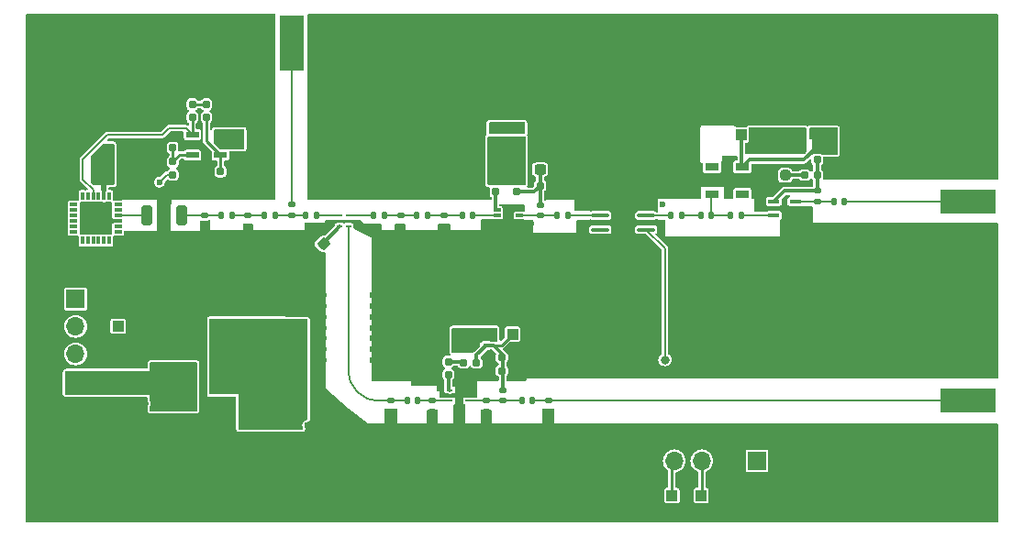
<source format=gtl>
%TF.GenerationSoftware,KiCad,Pcbnew,7.0.10*%
%TF.CreationDate,2024-02-25T20:26:58-06:00*%
%TF.ProjectId,Radar2_ExtFilter,52616461-7232-45f4-9578-7446696c7465,rev?*%
%TF.SameCoordinates,Original*%
%TF.FileFunction,Copper,L1,Top*%
%TF.FilePolarity,Positive*%
%FSLAX46Y46*%
G04 Gerber Fmt 4.6, Leading zero omitted, Abs format (unit mm)*
G04 Created by KiCad (PCBNEW 7.0.10) date 2024-02-25 20:26:58*
%MOMM*%
%LPD*%
G01*
G04 APERTURE LIST*
G04 Aperture macros list*
%AMRoundRect*
0 Rectangle with rounded corners*
0 $1 Rounding radius*
0 $2 $3 $4 $5 $6 $7 $8 $9 X,Y pos of 4 corners*
0 Add a 4 corners polygon primitive as box body*
4,1,4,$2,$3,$4,$5,$6,$7,$8,$9,$2,$3,0*
0 Add four circle primitives for the rounded corners*
1,1,$1+$1,$2,$3*
1,1,$1+$1,$4,$5*
1,1,$1+$1,$6,$7*
1,1,$1+$1,$8,$9*
0 Add four rect primitives between the rounded corners*
20,1,$1+$1,$2,$3,$4,$5,0*
20,1,$1+$1,$4,$5,$6,$7,0*
20,1,$1+$1,$6,$7,$8,$9,0*
20,1,$1+$1,$8,$9,$2,$3,0*%
G04 Aperture macros list end*
%TA.AperFunction,SMDPad,CuDef*%
%ADD10R,5.080000X2.290000*%
%TD*%
%TA.AperFunction,SMDPad,CuDef*%
%ADD11R,5.080000X2.420000*%
%TD*%
%TA.AperFunction,SMDPad,CuDef*%
%ADD12R,0.950000X0.460000*%
%TD*%
%TA.AperFunction,ComponentPad*%
%ADD13C,0.970000*%
%TD*%
%TA.AperFunction,SMDPad,CuDef*%
%ADD14R,0.560000X0.250000*%
%TD*%
%TA.AperFunction,SMDPad,CuDef*%
%ADD15RoundRect,0.147500X0.172500X-0.147500X0.172500X0.147500X-0.172500X0.147500X-0.172500X-0.147500X0*%
%TD*%
%TA.AperFunction,SMDPad,CuDef*%
%ADD16RoundRect,0.237500X0.008839X0.344715X-0.344715X-0.008839X-0.008839X-0.344715X0.344715X0.008839X0*%
%TD*%
%TA.AperFunction,SMDPad,CuDef*%
%ADD17R,0.400000X0.500000*%
%TD*%
%TA.AperFunction,SMDPad,CuDef*%
%ADD18R,1.000000X1.000000*%
%TD*%
%TA.AperFunction,SMDPad,CuDef*%
%ADD19RoundRect,0.140000X-0.140000X-0.170000X0.140000X-0.170000X0.140000X0.170000X-0.140000X0.170000X0*%
%TD*%
%TA.AperFunction,ComponentPad*%
%ADD20C,5.000000*%
%TD*%
%TA.AperFunction,SMDPad,CuDef*%
%ADD21RoundRect,0.135000X0.135000X0.185000X-0.135000X0.185000X-0.135000X-0.185000X0.135000X-0.185000X0*%
%TD*%
%TA.AperFunction,SMDPad,CuDef*%
%ADD22RoundRect,0.155000X0.155000X-0.212500X0.155000X0.212500X-0.155000X0.212500X-0.155000X-0.212500X0*%
%TD*%
%TA.AperFunction,SMDPad,CuDef*%
%ADD23RoundRect,0.135000X0.185000X-0.135000X0.185000X0.135000X-0.185000X0.135000X-0.185000X-0.135000X0*%
%TD*%
%TA.AperFunction,SMDPad,CuDef*%
%ADD24R,1.150000X0.600000*%
%TD*%
%TA.AperFunction,SMDPad,CuDef*%
%ADD25RoundRect,0.160000X-0.160000X0.197500X-0.160000X-0.197500X0.160000X-0.197500X0.160000X0.197500X0*%
%TD*%
%TA.AperFunction,SMDPad,CuDef*%
%ADD26RoundRect,0.225000X-0.225000X-0.250000X0.225000X-0.250000X0.225000X0.250000X-0.225000X0.250000X0*%
%TD*%
%TA.AperFunction,SMDPad,CuDef*%
%ADD27RoundRect,0.147500X-0.172500X0.147500X-0.172500X-0.147500X0.172500X-0.147500X0.172500X0.147500X0*%
%TD*%
%TA.AperFunction,SMDPad,CuDef*%
%ADD28RoundRect,0.160000X0.197500X0.160000X-0.197500X0.160000X-0.197500X-0.160000X0.197500X-0.160000X0*%
%TD*%
%TA.AperFunction,SMDPad,CuDef*%
%ADD29RoundRect,0.155000X-0.212500X-0.155000X0.212500X-0.155000X0.212500X0.155000X-0.212500X0.155000X0*%
%TD*%
%TA.AperFunction,SMDPad,CuDef*%
%ADD30R,2.290000X5.080000*%
%TD*%
%TA.AperFunction,SMDPad,CuDef*%
%ADD31R,2.420000X5.080000*%
%TD*%
%TA.AperFunction,SMDPad,CuDef*%
%ADD32R,0.460000X0.950000*%
%TD*%
%TA.AperFunction,SMDPad,CuDef*%
%ADD33RoundRect,0.249600X-0.270400X-0.650400X0.270400X-0.650400X0.270400X0.650400X-0.270400X0.650400X0*%
%TD*%
%TA.AperFunction,SMDPad,CuDef*%
%ADD34RoundRect,0.152500X-0.152500X-0.470000X0.152500X-0.470000X0.152500X0.470000X-0.152500X0.470000X0*%
%TD*%
%TA.AperFunction,ComponentPad*%
%ADD35C,0.610000*%
%TD*%
%TA.AperFunction,SMDPad,CuDef*%
%ADD36RoundRect,0.160000X0.160000X-0.197500X0.160000X0.197500X-0.160000X0.197500X-0.160000X-0.197500X0*%
%TD*%
%TA.AperFunction,SMDPad,CuDef*%
%ADD37RoundRect,0.250000X0.475000X-0.250000X0.475000X0.250000X-0.475000X0.250000X-0.475000X-0.250000X0*%
%TD*%
%TA.AperFunction,SMDPad,CuDef*%
%ADD38RoundRect,0.140000X0.140000X0.170000X-0.140000X0.170000X-0.140000X-0.170000X0.140000X-0.170000X0*%
%TD*%
%TA.AperFunction,SMDPad,CuDef*%
%ADD39RoundRect,0.140000X0.170000X-0.140000X0.170000X0.140000X-0.170000X0.140000X-0.170000X-0.140000X0*%
%TD*%
%TA.AperFunction,SMDPad,CuDef*%
%ADD40RoundRect,0.155000X0.212500X0.155000X-0.212500X0.155000X-0.212500X-0.155000X0.212500X-0.155000X0*%
%TD*%
%TA.AperFunction,SMDPad,CuDef*%
%ADD41R,0.700000X0.300000*%
%TD*%
%TA.AperFunction,SMDPad,CuDef*%
%ADD42R,1.000000X1.700000*%
%TD*%
%TA.AperFunction,SMDPad,CuDef*%
%ADD43R,1.050000X0.400000*%
%TD*%
%TA.AperFunction,SMDPad,CuDef*%
%ADD44R,0.500000X0.400000*%
%TD*%
%TA.AperFunction,SMDPad,CuDef*%
%ADD45RoundRect,0.250000X-0.250000X-0.475000X0.250000X-0.475000X0.250000X0.475000X-0.250000X0.475000X0*%
%TD*%
%TA.AperFunction,SMDPad,CuDef*%
%ADD46R,2.500000X1.500000*%
%TD*%
%TA.AperFunction,SMDPad,CuDef*%
%ADD47R,7.000000X7.000000*%
%TD*%
%TA.AperFunction,SMDPad,CuDef*%
%ADD48R,0.300000X0.700000*%
%TD*%
%TA.AperFunction,SMDPad,CuDef*%
%ADD49R,2.950000X2.950000*%
%TD*%
%TA.AperFunction,SMDPad,CuDef*%
%ADD50RoundRect,0.250000X0.250000X0.475000X-0.250000X0.475000X-0.250000X-0.475000X0.250000X-0.475000X0*%
%TD*%
%TA.AperFunction,SMDPad,CuDef*%
%ADD51R,0.600000X0.250000*%
%TD*%
%TA.AperFunction,SMDPad,CuDef*%
%ADD52R,0.650000X1.150000*%
%TD*%
%TA.AperFunction,SMDPad,CuDef*%
%ADD53RoundRect,0.237500X0.250000X0.237500X-0.250000X0.237500X-0.250000X-0.237500X0.250000X-0.237500X0*%
%TD*%
%TA.AperFunction,SMDPad,CuDef*%
%ADD54RoundRect,0.100000X-0.712500X-0.100000X0.712500X-0.100000X0.712500X0.100000X-0.712500X0.100000X0*%
%TD*%
%TA.AperFunction,ComponentPad*%
%ADD55R,1.700000X1.700000*%
%TD*%
%TA.AperFunction,ComponentPad*%
%ADD56O,1.700000X1.700000*%
%TD*%
%TA.AperFunction,SMDPad,CuDef*%
%ADD57R,1.270000X0.760000*%
%TD*%
%TA.AperFunction,SMDPad,CuDef*%
%ADD58RoundRect,0.250000X-0.337500X-0.475000X0.337500X-0.475000X0.337500X0.475000X-0.337500X0.475000X0*%
%TD*%
%TA.AperFunction,SMDPad,CuDef*%
%ADD59RoundRect,0.237500X0.300000X0.237500X-0.300000X0.237500X-0.300000X-0.237500X0.300000X-0.237500X0*%
%TD*%
%TA.AperFunction,SMDPad,CuDef*%
%ADD60RoundRect,0.135000X-0.185000X0.135000X-0.185000X-0.135000X0.185000X-0.135000X0.185000X0.135000X0*%
%TD*%
%TA.AperFunction,ViaPad*%
%ADD61C,0.600000*%
%TD*%
%TA.AperFunction,ViaPad*%
%ADD62C,0.800000*%
%TD*%
%TA.AperFunction,Conductor*%
%ADD63C,0.250000*%
%TD*%
%TA.AperFunction,Conductor*%
%ADD64C,0.197000*%
%TD*%
%TA.AperFunction,Conductor*%
%ADD65C,0.200000*%
%TD*%
%TA.AperFunction,Conductor*%
%ADD66C,0.300000*%
%TD*%
G04 APERTURE END LIST*
D10*
%TO.P,J2,1,In*%
%TO.N,Net-(J2-In)*%
X184930000Y-77750000D03*
D11*
%TO.P,J2,2,Ext*%
%TO.N,GND*%
X184930000Y-82130000D03*
X184930000Y-73370000D03*
D12*
X181940000Y-82130000D03*
X181940000Y-73370000D03*
D13*
X181490000Y-82130000D03*
X181490000Y-73370000D03*
%TD*%
D14*
%TO.P,IC4,1,INPUT*%
%TO.N,Net-(IC4-INPUT)*%
X126960000Y-60630000D03*
%TO.P,IC4,2,GROUND_1*%
%TO.N,GND*%
X126960000Y-61140000D03*
%TO.P,IC4,3,TERMINATION*%
%TO.N,Net-(IC4-TERMINATION)*%
X126960000Y-61650000D03*
%TO.P,IC4,4,OUTPUT*%
%TO.N,/RadarTx/PA_IN*%
X127750000Y-61650000D03*
%TO.P,IC4,5,GROUND_2*%
%TO.N,GND*%
X127750000Y-61140000D03*
%TO.P,IC4,6,COUPLED*%
%TO.N,Net-(IC4-COUPLED)*%
X127750000Y-60630000D03*
%TD*%
D15*
%TO.P,L5,1*%
%TO.N,Net-(IC6-RFOUT)*%
X145500000Y-60630000D03*
%TO.P,L5,2*%
%TO.N,Net-(C17-Pad2)*%
X145500000Y-59660000D03*
%TD*%
D16*
%TO.P,R10,1*%
%TO.N,Net-(IC4-TERMINATION)*%
X125445235Y-63234765D03*
%TO.P,R10,2*%
%TO.N,GND*%
X124154765Y-64525235D03*
%TD*%
D17*
%TO.P,FB3,1,1*%
%TO.N,+3V0*%
X169700000Y-53000000D03*
%TO.P,FB3,2,2*%
%TO.N,Net-(U2-DC)*%
X170500000Y-53000000D03*
%TD*%
D18*
%TO.P,TP4,1,1*%
%TO.N,+3V3*%
X160300000Y-86500000D03*
%TD*%
D19*
%TO.P,C9,1*%
%TO.N,Net-(IC4-COUPLED)*%
X130087500Y-60630000D03*
%TO.P,C9,2*%
%TO.N,Net-(C9-Pad2)*%
X131047500Y-60630000D03*
%TD*%
D20*
%TO.P,H4,1,1*%
%TO.N,GND*%
X175000000Y-84000000D03*
%TD*%
D21*
%TO.P,R18,1*%
%TO.N,Net-(C19-Pad2)*%
X158510000Y-60630000D03*
%TO.P,R18,2*%
%TO.N,Net-(U1-RF)*%
X157490000Y-60630000D03*
%TD*%
D22*
%TO.P,C5,1*%
%TO.N,+10V*%
X117450000Y-53167500D03*
%TO.P,C5,2*%
%TO.N,GND*%
X117450000Y-52032500D03*
%TD*%
D23*
%TO.P,R15,1*%
%TO.N,GND*%
X136567500Y-61650000D03*
%TO.P,R15,2*%
%TO.N,MIXER_IN*%
X136567500Y-60630000D03*
%TD*%
D24*
%TO.P,IC2,1,OUTPUT*%
%TO.N,/RadarTx/VCO_Scaled*%
X113350000Y-53150000D03*
%TO.P,IC2,2,VDD*%
%TO.N,GND*%
X113350000Y-54100000D03*
%TO.P,IC2,3,+*%
%TO.N,Net-(IC2-+)*%
X113350000Y-55050000D03*
%TO.P,IC2,4,-*%
%TO.N,Net-(IC2--)*%
X115950000Y-55050000D03*
%TO.P,IC2,5,VCC*%
%TO.N,+10V*%
X115950000Y-53150000D03*
%TD*%
D25*
%TO.P,R17,1*%
%TO.N,Net-(C15-Pad2)*%
X143300000Y-57202500D03*
%TO.P,R17,2*%
%TO.N,Net-(C17-Pad2)*%
X143300000Y-58397500D03*
%TD*%
D26*
%TO.P,C2,1*%
%TO.N,+3V0*%
X105625000Y-57000000D03*
%TO.P,C2,2*%
%TO.N,GND*%
X107175000Y-57000000D03*
%TD*%
D27*
%TO.P,L3,1*%
%TO.N,Net-(C11-Pad2)*%
X141970000Y-76780000D03*
%TO.P,L3,2*%
%TO.N,Net-(IC5-RFOUT{slash}VD)*%
X141970000Y-77750000D03*
%TD*%
D28*
%TO.P,R12,1*%
%TO.N,Net-(C11-Pad2)*%
X139567500Y-74250000D03*
%TO.P,R12,2*%
%TO.N,Net-(R11-Pad2)*%
X138372500Y-74250000D03*
%TD*%
D29*
%TO.P,C21,1*%
%TO.N,Net-(U2-DC)*%
X172432500Y-53130000D03*
%TO.P,C21,2*%
%TO.N,GND*%
X173567500Y-53130000D03*
%TD*%
D30*
%TO.P,J1,1,In*%
%TO.N,Net-(J1-In)*%
X122500000Y-44700000D03*
D31*
%TO.P,J1,2,Ext*%
%TO.N,GND*%
X126880000Y-44700000D03*
X118120000Y-44700000D03*
D32*
X126880000Y-47690000D03*
X118120000Y-47690000D03*
D13*
X126880000Y-48140000D03*
X118120000Y-48140000D03*
%TD*%
D20*
%TO.P,H3,1,1*%
%TO.N,GND*%
X105000000Y-84000000D03*
%TD*%
D21*
%TO.P,R14,1*%
%TO.N,MIXER_IN*%
X135077500Y-60630000D03*
%TO.P,R14,2*%
%TO.N,Net-(C9-Pad2)*%
X134057500Y-60630000D03*
%TD*%
D18*
%TO.P,TP7,1,1*%
%TO.N,Net-(U2-DC)*%
X164000000Y-53200000D03*
%TD*%
D33*
%TO.P,FL1,1,IN*%
%TO.N,Net-(FL1-IN)*%
X109125000Y-60630000D03*
D34*
%TO.P,FL1,2,GND*%
%TO.N,GND*%
X110750000Y-61557500D03*
D35*
X110750000Y-61735000D03*
D33*
%TO.P,FL1,3,OUT*%
%TO.N,Net-(FL1-OUT)*%
X112375000Y-60630000D03*
D35*
%TO.P,FL1,4,GND*%
%TO.N,GND*%
X110750000Y-59525000D03*
D34*
X110750000Y-59702500D03*
%TD*%
D10*
%TO.P,J5,1,In*%
%TO.N,Net-(J5-In)*%
X184930000Y-59330000D03*
D11*
%TO.P,J5,2,Ext*%
%TO.N,GND*%
X184930000Y-63710000D03*
X184930000Y-54950000D03*
D12*
X181940000Y-63710000D03*
X181940000Y-54950000D03*
D13*
X181490000Y-63710000D03*
X181490000Y-54950000D03*
%TD*%
D36*
%TO.P,R16,1*%
%TO.N,Net-(IC6-VCC)*%
X141300000Y-58397500D03*
%TO.P,R16,2*%
%TO.N,Net-(C15-Pad2)*%
X141300000Y-57202500D03*
%TD*%
D18*
%TO.P,TP1,1,1*%
%TO.N,+3V0*%
X106500000Y-70850000D03*
%TD*%
D23*
%TO.P,R7,1*%
%TO.N,GND*%
X118500000Y-61650000D03*
%TO.P,R7,2*%
%TO.N,Net-(C7-Pad1)*%
X118500000Y-60630000D03*
%TD*%
D19*
%TO.P,C8,1*%
%TO.N,/RadarTx/PA_IN*%
X133190000Y-77750000D03*
%TO.P,C8,2*%
%TO.N,Net-(IC5-RFIN)*%
X134150000Y-77750000D03*
%TD*%
D18*
%TO.P,TP6,1,1*%
%TO.N,Net-(C15-Pad2)*%
X143400000Y-55400000D03*
%TD*%
D36*
%TO.P,R2,1*%
%TO.N,GND*%
X115950000Y-57747500D03*
%TO.P,R2,2*%
%TO.N,Net-(IC2--)*%
X115950000Y-56552500D03*
%TD*%
D37*
%TO.P,C4,1*%
%TO.N,+10V*%
X107250000Y-75500000D03*
%TO.P,C4,2*%
%TO.N,GND*%
X107250000Y-73600000D03*
%TD*%
D38*
%TO.P,C23,1*%
%TO.N,Net-(J5-In)*%
X173480000Y-59330000D03*
%TO.P,C23,2*%
%TO.N,Net-(IC7-RF-IN)*%
X172520000Y-59330000D03*
%TD*%
D20*
%TO.P,H2,1,1*%
%TO.N,GND*%
X180700000Y-47000000D03*
%TD*%
D39*
%TO.P,C10,1*%
%TO.N,GND*%
X140470000Y-78710000D03*
%TO.P,C10,2*%
%TO.N,Net-(IC5-RFOUT{slash}VD)*%
X140470000Y-77750000D03*
%TD*%
D36*
%TO.P,R21,1*%
%TO.N,Net-(IC7-BIAS)*%
X171000000Y-55477500D03*
%TO.P,R21,2*%
%TO.N,Net-(U2-DC)*%
X171000000Y-54282500D03*
%TD*%
D40*
%TO.P,C11,1*%
%TO.N,GND*%
X143037500Y-73750000D03*
%TO.P,C11,2*%
%TO.N,Net-(C11-Pad2)*%
X141902500Y-73750000D03*
%TD*%
D36*
%TO.P,R11,1*%
%TO.N,Net-(IC5-VEN)*%
X136970000Y-75317500D03*
%TO.P,R11,2*%
%TO.N,Net-(R11-Pad2)*%
X136970000Y-74122500D03*
%TD*%
D21*
%TO.P,R9,1*%
%TO.N,Net-(IC4-INPUT)*%
X124810000Y-60630000D03*
%TO.P,R9,2*%
%TO.N,Net-(C7-Pad2)*%
X123790000Y-60630000D03*
%TD*%
D29*
%TO.P,C22,1*%
%TO.N,Net-(U2-DC)*%
X172432500Y-54380000D03*
%TO.P,C22,2*%
%TO.N,GND*%
X173567500Y-54380000D03*
%TD*%
D41*
%TO.P,IC6,1,VCC*%
%TO.N,Net-(IC6-VCC)*%
X141450000Y-60130000D03*
%TO.P,IC6,2,RFIN*%
%TO.N,Net-(IC6-RFIN)*%
X141450000Y-60630000D03*
%TO.P,IC6,3,NC_1*%
%TO.N,GND*%
X141450000Y-61130000D03*
%TO.P,IC6,4,NC_2*%
X141450000Y-61630000D03*
%TO.P,IC6,5,PWDN*%
X143550000Y-61630000D03*
%TO.P,IC6,6,NC_3*%
X143550000Y-61130000D03*
%TO.P,IC6,7,RFOUT*%
%TO.N,Net-(IC6-RFOUT)*%
X143550000Y-60630000D03*
%TO.P,IC6,8,NC_4*%
%TO.N,GND*%
X143550000Y-60130000D03*
D42*
%TO.P,IC6,9,EP*%
X142500000Y-60880000D03*
%TD*%
D19*
%TO.P,C13,1*%
%TO.N,Net-(IC5-RFOUT{slash}VD)*%
X143740000Y-77750000D03*
%TO.P,C13,2*%
%TO.N,Net-(J2-In)*%
X144700000Y-77750000D03*
%TD*%
D18*
%TO.P,TP3,1,1*%
%TO.N,Net-(J4-Pin_4)*%
X157600000Y-86500000D03*
%TD*%
D22*
%TO.P,C1,1*%
%TO.N,Net-(IC2-+)*%
X111550000Y-54367500D03*
%TO.P,C1,2*%
%TO.N,GND*%
X111550000Y-53232500D03*
%TD*%
D27*
%TO.P,L2,1*%
%TO.N,Net-(IC5-RFIN)*%
X135470000Y-77750000D03*
%TO.P,L2,2*%
%TO.N,GND*%
X135470000Y-78720000D03*
%TD*%
D43*
%TO.P,IC7,1,GND_1*%
%TO.N,GND*%
X169000000Y-60630000D03*
%TO.P,IC7,2,GND_2*%
X169000000Y-59980000D03*
%TO.P,IC7,3,RF-IN*%
%TO.N,Net-(IC7-RF-IN)*%
X169000000Y-59330000D03*
%TO.P,IC7,4,BIAS*%
%TO.N,Net-(IC7-BIAS)*%
X167000000Y-59330000D03*
%TO.P,IC7,5,GND_3*%
%TO.N,GND*%
X167000000Y-59980000D03*
%TO.P,IC7,6,RF-OUT*%
%TO.N,Net-(IC7-RF-OUT)*%
X167000000Y-60630000D03*
%TD*%
D44*
%TO.P,FB1,1,1*%
%TO.N,+5V*%
X140470000Y-71820000D03*
%TO.P,FB1,2,2*%
%TO.N,Net-(C11-Pad2)*%
X140470000Y-72620000D03*
%TD*%
D45*
%TO.P,C3,1*%
%TO.N,+3V0*%
X105590000Y-55020000D03*
%TO.P,C3,2*%
%TO.N,GND*%
X107490000Y-55020000D03*
%TD*%
D25*
%TO.P,R1,1*%
%TO.N,Net-(IC2-+)*%
X111550000Y-55652500D03*
%TO.P,R1,2*%
%TO.N,/RadarTx/VCO_Tune*%
X111550000Y-56847500D03*
%TD*%
D29*
%TO.P,C20,1*%
%TO.N,Net-(C20-Pad1)*%
X169865000Y-56880000D03*
%TO.P,C20,2*%
%TO.N,Net-(IC7-BIAS)*%
X171000000Y-56880000D03*
%TD*%
D46*
%TO.P,IC3,1,GND*%
%TO.N,GND*%
X111507000Y-71360000D03*
D47*
%TO.P,IC3,2,OUTPUT*%
%TO.N,+5V*%
X118407000Y-73660000D03*
D46*
%TO.P,IC3,3,INPUT*%
%TO.N,+10V*%
X111507000Y-75960000D03*
%TD*%
D19*
%TO.P,C16,1*%
%TO.N,Net-(IC6-RFOUT)*%
X147020000Y-60630000D03*
%TO.P,C16,2*%
%TO.N,Net-(U1-LO)*%
X147980000Y-60630000D03*
%TD*%
D41*
%TO.P,IC1,1,N/C_1*%
%TO.N,unconnected-(IC1-N{slash}C_1-Pad1)*%
X102400000Y-59630000D03*
%TO.P,IC1,2,N/C_2*%
%TO.N,unconnected-(IC1-N{slash}C_2-Pad2)*%
X102400000Y-60130000D03*
%TO.P,IC1,3,N/C_3*%
%TO.N,unconnected-(IC1-N{slash}C_3-Pad3)*%
X102400000Y-60630000D03*
%TO.P,IC1,4,N/C_4*%
%TO.N,unconnected-(IC1-N{slash}C_4-Pad4)*%
X102400000Y-61130000D03*
%TO.P,IC1,5,N/C_5*%
%TO.N,unconnected-(IC1-N{slash}C_5-Pad5)*%
X102400000Y-61630000D03*
%TO.P,IC1,6,N/C_6*%
%TO.N,unconnected-(IC1-N{slash}C_6-Pad6)*%
X102400000Y-62130000D03*
D48*
%TO.P,IC1,7,N/C_7*%
%TO.N,unconnected-(IC1-N{slash}C_7-Pad7)*%
X103200000Y-62930000D03*
%TO.P,IC1,8,N/C_8*%
%TO.N,unconnected-(IC1-N{slash}C_8-Pad8)*%
X103700000Y-62930000D03*
%TO.P,IC1,9,N/C_9*%
%TO.N,unconnected-(IC1-N{slash}C_9-Pad9)*%
X104200000Y-62930000D03*
%TO.P,IC1,10,N/C_10*%
%TO.N,unconnected-(IC1-N{slash}C_10-Pad10)*%
X104700000Y-62930000D03*
%TO.P,IC1,11,N/C_11*%
%TO.N,unconnected-(IC1-N{slash}C_11-Pad11)*%
X105200000Y-62930000D03*
%TO.P,IC1,12,N/C_12*%
%TO.N,unconnected-(IC1-N{slash}C_12-Pad12)*%
X105700000Y-62930000D03*
D41*
%TO.P,IC1,13,N/C_13*%
%TO.N,unconnected-(IC1-N{slash}C_13-Pad13)*%
X106500000Y-62130000D03*
%TO.P,IC1,14,N/C_14*%
%TO.N,unconnected-(IC1-N{slash}C_14-Pad14)*%
X106500000Y-61630000D03*
%TO.P,IC1,15,GND*%
%TO.N,GND*%
X106500000Y-61130000D03*
%TO.P,IC1,16,RFOUT*%
%TO.N,Net-(FL1-IN)*%
X106500000Y-60630000D03*
%TO.P,IC1,17,N/C_15*%
%TO.N,unconnected-(IC1-N{slash}C_15-Pad17)*%
X106500000Y-60130000D03*
%TO.P,IC1,18,N/C_16*%
%TO.N,unconnected-(IC1-N{slash}C_16-Pad18)*%
X106500000Y-59630000D03*
D48*
%TO.P,IC1,19,N/C_17*%
%TO.N,unconnected-(IC1-N{slash}C_17-Pad19)*%
X105700000Y-58830000D03*
%TO.P,IC1,20,VCC*%
%TO.N,+3V0*%
X105200000Y-58830000D03*
%TO.P,IC1,21,N/C_18*%
%TO.N,unconnected-(IC1-N{slash}C_18-Pad21)*%
X104700000Y-58830000D03*
%TO.P,IC1,22,VTUNE*%
%TO.N,/RadarTx/VCO_Scaled*%
X104200000Y-58830000D03*
%TO.P,IC1,23,N/C_19*%
%TO.N,unconnected-(IC1-N{slash}C_19-Pad23)*%
X103700000Y-58830000D03*
%TO.P,IC1,24,N/C_20*%
%TO.N,unconnected-(IC1-N{slash}C_20-Pad24)*%
X103200000Y-58830000D03*
D49*
%TO.P,IC1,25,EP*%
%TO.N,GND*%
X104450000Y-60880000D03*
%TD*%
D15*
%TO.P,L6,1*%
%TO.N,Net-(IC7-RF-IN)*%
X171000000Y-59330000D03*
%TO.P,L6,2*%
%TO.N,Net-(IC7-BIAS)*%
X171000000Y-58360000D03*
%TD*%
D18*
%TO.P,TP2,1,1*%
%TO.N,Net-(C11-Pad2)*%
X142895000Y-71600000D03*
%TD*%
D27*
%TO.P,L1,1*%
%TO.N,/RadarTx/PA_IN*%
X131645000Y-77750000D03*
%TO.P,L1,2*%
%TO.N,GND*%
X131645000Y-78720000D03*
%TD*%
D23*
%TO.P,R13,1*%
%TO.N,GND*%
X132567500Y-61650000D03*
%TO.P,R13,2*%
%TO.N,Net-(C9-Pad2)*%
X132567500Y-60630000D03*
%TD*%
D50*
%TO.P,C6,1*%
%TO.N,+5V*%
X118750000Y-79400000D03*
%TO.P,C6,2*%
%TO.N,GND*%
X116850000Y-79400000D03*
%TD*%
D51*
%TO.P,IC5,1,VEN*%
%TO.N,Net-(IC5-VEN)*%
X137120000Y-76750000D03*
%TO.P,IC5,2,NC_1*%
%TO.N,GND*%
X137120000Y-77250000D03*
%TO.P,IC5,3,RFIN*%
%TO.N,Net-(IC5-RFIN)*%
X137120000Y-77750000D03*
%TO.P,IC5,4,RFOUT/VD*%
%TO.N,Net-(IC5-RFOUT{slash}VD)*%
X138820000Y-77750000D03*
%TO.P,IC5,5,NC_2*%
%TO.N,GND*%
X138820000Y-77250000D03*
%TO.P,IC5,6,NC_3*%
X138820000Y-76750000D03*
D52*
%TO.P,IC5,7,EP*%
X137970000Y-77250000D03*
%TD*%
D53*
%TO.P,R20,1*%
%TO.N,Net-(C20-Pad1)*%
X168062500Y-56900000D03*
%TO.P,R20,2*%
%TO.N,GND*%
X166237500Y-56900000D03*
%TD*%
D54*
%TO.P,U1,1,GND*%
%TO.N,GND*%
X151000000Y-59980000D03*
%TO.P,U1,2,LO*%
%TO.N,Net-(U1-LO)*%
X151000000Y-60630000D03*
%TO.P,U1,3,GND*%
%TO.N,GND*%
X151000000Y-61280000D03*
%TO.P,U1,4,NC*%
%TO.N,unconnected-(U1-NC-Pad4)*%
X151000000Y-61930000D03*
%TO.P,U1,5,IF*%
%TO.N,/RadarRx/IF_OUT*%
X155225000Y-61930000D03*
%TO.P,U1,6,GND*%
%TO.N,GND*%
X155225000Y-61280000D03*
%TO.P,U1,7,RF*%
%TO.N,Net-(U1-RF)*%
X155225000Y-60630000D03*
%TO.P,U1,8,GND*%
%TO.N,GND*%
X155225000Y-59980000D03*
%TD*%
D36*
%TO.P,R4,1*%
%TO.N,Net-(IC2--)*%
X114650000Y-51545000D03*
%TO.P,R4,2*%
%TO.N,Net-(R3-Pad1)*%
X114650000Y-50350000D03*
%TD*%
D55*
%TO.P,J4,1,Pin_1*%
%TO.N,/RadarRx/IF_OUT*%
X165443464Y-83300000D03*
D56*
%TO.P,J4,2,Pin_2*%
%TO.N,GND*%
X162903464Y-83300000D03*
%TO.P,J4,3,Pin_3*%
%TO.N,+3V3*%
X160363464Y-83300000D03*
%TO.P,J4,4,Pin_4*%
%TO.N,Net-(J4-Pin_4)*%
X157823464Y-83300000D03*
%TO.P,J4,5,Pin_5*%
%TO.N,GND*%
X155283464Y-83300000D03*
%TD*%
D57*
%TO.P,U2,1,RF-IN_&_DC*%
%TO.N,Net-(U2-RF-IN_&_DC)*%
X161317500Y-58670000D03*
%TO.P,U2,2,NOT_USED_1*%
%TO.N,unconnected-(U2-NOT_USED_1-Pad2)*%
X161317500Y-56130000D03*
%TO.P,U2,3,DC*%
%TO.N,Net-(U2-DC)*%
X164107500Y-56130000D03*
%TO.P,U2,4,NOT_USED_2*%
%TO.N,unconnected-(U2-NOT_USED_2-Pad4)*%
X164107500Y-58670000D03*
%TD*%
D18*
%TO.P,TP5,1,1*%
%TO.N,GND*%
X162900000Y-86500000D03*
%TD*%
D58*
%TO.P,C15,1*%
%TO.N,GND*%
X139162500Y-55400000D03*
%TO.P,C15,2*%
%TO.N,Net-(C15-Pad2)*%
X141237500Y-55400000D03*
%TD*%
D59*
%TO.P,C17,1*%
%TO.N,GND*%
X147162500Y-56380000D03*
%TO.P,C17,2*%
%TO.N,Net-(C17-Pad2)*%
X145437500Y-56380000D03*
%TD*%
D19*
%TO.P,C14,1*%
%TO.N,MIXER_IN*%
X138270000Y-60630000D03*
%TO.P,C14,2*%
%TO.N,Net-(IC6-RFIN)*%
X139230000Y-60630000D03*
%TD*%
D38*
%TO.P,C19,1*%
%TO.N,Net-(U2-RF-IN_&_DC)*%
X161230000Y-60630000D03*
%TO.P,C19,2*%
%TO.N,Net-(C19-Pad2)*%
X160270000Y-60630000D03*
%TD*%
D21*
%TO.P,R6,1*%
%TO.N,Net-(C7-Pad1)*%
X117010000Y-60630000D03*
%TO.P,R6,2*%
%TO.N,Net-(FL1-OUT)*%
X115990000Y-60630000D03*
%TD*%
D44*
%TO.P,FB2,1,1*%
%TO.N,+3V3*%
X143300000Y-52700000D03*
%TO.P,FB2,2,2*%
%TO.N,Net-(C15-Pad2)*%
X143300000Y-53500000D03*
%TD*%
D21*
%TO.P,R19,1*%
%TO.N,Net-(IC7-RF-OUT)*%
X164010000Y-60630000D03*
%TO.P,R19,2*%
%TO.N,Net-(U2-RF-IN_&_DC)*%
X162990000Y-60630000D03*
%TD*%
D60*
%TO.P,R8,1*%
%TO.N,Net-(J1-In)*%
X122500000Y-59610000D03*
%TO.P,R8,2*%
%TO.N,Net-(C7-Pad2)*%
X122500000Y-60630000D03*
%TD*%
D27*
%TO.P,L4,1*%
%TO.N,Net-(J2-In)*%
X146220000Y-77750000D03*
%TO.P,L4,2*%
%TO.N,GND*%
X146220000Y-78720000D03*
%TD*%
D23*
%TO.P,R5,1*%
%TO.N,GND*%
X114500000Y-61650000D03*
%TO.P,R5,2*%
%TO.N,Net-(FL1-OUT)*%
X114500000Y-60630000D03*
%TD*%
D40*
%TO.P,C18,1*%
%TO.N,GND*%
X146567500Y-57880000D03*
%TO.P,C18,2*%
%TO.N,Net-(C17-Pad2)*%
X145432500Y-57880000D03*
%TD*%
D55*
%TO.P,J3,1,Pin_1*%
%TO.N,/RadarTx/VCO_Tune*%
X102570000Y-68340000D03*
D56*
%TO.P,J3,2,Pin_2*%
%TO.N,+3V0*%
X102570000Y-70880000D03*
%TO.P,J3,3,Pin_3*%
%TO.N,+3V3*%
X102570000Y-73420000D03*
%TO.P,J3,4,Pin_4*%
%TO.N,+10V*%
X102570000Y-75960000D03*
%TO.P,J3,5,Pin_5*%
%TO.N,GND*%
X102570000Y-78500000D03*
%TD*%
D20*
%TO.P,H1,1,1*%
%TO.N,GND*%
X105000000Y-47000000D03*
%TD*%
D40*
%TO.P,C12,1*%
%TO.N,GND*%
X143037500Y-74970000D03*
%TO.P,C12,2*%
%TO.N,Net-(C11-Pad2)*%
X141902500Y-74970000D03*
%TD*%
D19*
%TO.P,C7,1*%
%TO.N,Net-(C7-Pad1)*%
X120020000Y-60630000D03*
%TO.P,C7,2*%
%TO.N,Net-(C7-Pad2)*%
X120980000Y-60630000D03*
%TD*%
D25*
%TO.P,R3,1*%
%TO.N,Net-(R3-Pad1)*%
X113350000Y-50352500D03*
%TO.P,R3,2*%
%TO.N,/RadarTx/VCO_Scaled*%
X113350000Y-51547500D03*
%TD*%
D61*
%TO.N,+3V0*%
X106500000Y-70850000D03*
X104300000Y-57200000D03*
X168350000Y-52950000D03*
X168350000Y-54000000D03*
X169400000Y-54000000D03*
X104300000Y-55800000D03*
%TO.N,GND*%
X138900000Y-58900000D03*
X122250000Y-82000000D03*
X171200000Y-61800000D03*
X186563464Y-73350000D03*
X137763464Y-83950000D03*
X133763464Y-80350000D03*
X134000000Y-64000000D03*
X172000000Y-46000000D03*
X159100000Y-58700000D03*
X115000000Y-82000000D03*
X178763464Y-83950000D03*
X146000000Y-46000000D03*
X113600000Y-62800000D03*
X176000000Y-65000000D03*
X182000000Y-52000000D03*
X120700000Y-53000000D03*
X100000000Y-54000000D03*
X178400000Y-61800000D03*
X161000000Y-62900000D03*
X162000000Y-46000000D03*
X186000000Y-52000000D03*
X174000000Y-65000000D03*
X133763464Y-83950000D03*
X175050000Y-75350000D03*
X158000000Y-46000000D03*
X154000000Y-64000000D03*
X110000000Y-52000000D03*
X132500000Y-58900000D03*
X170963464Y-75350000D03*
X150000000Y-70000000D03*
X132920000Y-75550000D03*
X110000000Y-46000000D03*
X144600000Y-61400000D03*
X150000000Y-74000000D03*
X150000000Y-48000000D03*
X128163464Y-80350000D03*
X120700000Y-58600000D03*
X128963464Y-80350000D03*
X184963464Y-82150000D03*
X151763464Y-85950000D03*
X150000000Y-68000000D03*
X124300000Y-58600000D03*
X180000000Y-61800000D03*
X149763464Y-80350000D03*
X146200000Y-79600000D03*
X176000000Y-50000000D03*
X137763464Y-85950000D03*
X117000000Y-84000000D03*
X128500000Y-58900000D03*
X123400000Y-65300000D03*
X108900000Y-62400000D03*
X123200000Y-62800000D03*
X124300000Y-49800000D03*
X144000000Y-84000000D03*
X160000000Y-44000000D03*
X142000000Y-46000000D03*
X177600000Y-56900000D03*
X152000000Y-46000000D03*
X184000000Y-48000000D03*
X161800000Y-62900000D03*
X183000000Y-71000000D03*
X144000000Y-46000000D03*
X158630000Y-80350000D03*
X153000000Y-57000000D03*
X152700000Y-58700000D03*
X161000000Y-72000000D03*
X174000000Y-69000000D03*
X163763464Y-75350000D03*
X146000000Y-64000000D03*
X115900000Y-58900000D03*
X123763464Y-83950000D03*
X176000000Y-44000000D03*
X180000000Y-56900000D03*
X172800000Y-61800000D03*
X135700000Y-58900000D03*
X125000000Y-61600000D03*
X129763464Y-83950000D03*
X133970090Y-53985045D03*
X146000000Y-74000000D03*
X125800000Y-61600000D03*
X176000000Y-48000000D03*
X143900000Y-62500000D03*
X174400000Y-61800000D03*
X130900000Y-62400000D03*
X174000000Y-48000000D03*
X144000000Y-86000000D03*
X150000000Y-66000000D03*
X144000000Y-64000000D03*
X183000000Y-69000000D03*
X146000000Y-44000000D03*
X177000000Y-67000000D03*
X164000000Y-65000000D03*
X169363464Y-75350000D03*
X117000000Y-82000000D03*
X102000000Y-44000000D03*
X100000000Y-44000000D03*
X155000000Y-53000000D03*
X135000000Y-57500000D03*
X118000000Y-42800000D03*
X176563464Y-75350000D03*
X151000000Y-75350000D03*
X163430000Y-80350000D03*
X178163464Y-80350000D03*
X153800000Y-80350000D03*
X105000000Y-80000000D03*
X170963464Y-80350000D03*
X141750000Y-80350000D03*
X148000000Y-46000000D03*
X109000000Y-78000000D03*
X173000000Y-74000000D03*
X134000000Y-68000000D03*
X121000000Y-82000000D03*
X125525000Y-72000000D03*
X115000000Y-68000000D03*
X128000000Y-54000000D03*
X168650000Y-80350000D03*
X117000000Y-50000000D03*
X107000000Y-80000000D03*
X120700000Y-51400000D03*
X172000000Y-65000000D03*
X165800000Y-62900000D03*
X154000000Y-48000000D03*
X156000000Y-48000000D03*
X168000000Y-61800000D03*
X136000000Y-46000000D03*
X175000000Y-74000000D03*
X166630000Y-80350000D03*
X132963464Y-80350000D03*
X126000000Y-57500000D03*
X132163464Y-80350000D03*
X167400000Y-62900000D03*
X184000000Y-52000000D03*
X173000000Y-67000000D03*
X131763464Y-83950000D03*
X134000000Y-46000000D03*
X173450000Y-75350000D03*
X159900000Y-58700000D03*
X158930000Y-75350000D03*
X159750000Y-75350000D03*
X138000000Y-70000000D03*
X178963464Y-80350000D03*
X161000000Y-74000000D03*
X174400000Y-56900000D03*
X138100000Y-58900000D03*
X131763464Y-81950000D03*
X140000000Y-68000000D03*
X158000000Y-72000000D03*
X134500000Y-62400000D03*
X132000000Y-52000000D03*
X150000000Y-44000000D03*
X119200000Y-62800000D03*
X102000000Y-52000000D03*
X178763464Y-81950000D03*
X177000000Y-72000000D03*
X135363464Y-80350000D03*
X137300000Y-58900000D03*
X131346536Y-75550000D03*
X142000000Y-68000000D03*
X173600000Y-61800000D03*
X170000000Y-44000000D03*
X134100000Y-58900000D03*
X172000000Y-61800000D03*
X156000000Y-68000000D03*
X150200000Y-75350000D03*
X171763464Y-75350000D03*
X186800000Y-63800000D03*
X141763464Y-81950000D03*
X152000000Y-64000000D03*
X179000000Y-74000000D03*
X174000000Y-46000000D03*
X139000000Y-62400000D03*
X167763464Y-75350000D03*
X132000000Y-46000000D03*
X110000000Y-50000000D03*
X148000000Y-64000000D03*
X144000000Y-66000000D03*
X139763464Y-81950000D03*
X134000000Y-50000000D03*
X172800000Y-56900000D03*
X139600000Y-52125000D03*
X129000000Y-57500000D03*
X155000000Y-57000000D03*
X179000000Y-68000000D03*
X110700000Y-62800000D03*
X118400000Y-62800000D03*
X144000000Y-44000000D03*
X174163464Y-80350000D03*
X138000000Y-46000000D03*
X104000000Y-52000000D03*
X170400000Y-61800000D03*
X121000000Y-68000000D03*
X156700000Y-58700000D03*
X165363464Y-75350000D03*
X100000000Y-50000000D03*
X119900000Y-58900000D03*
X181000000Y-71000000D03*
X152000000Y-66000000D03*
X159000000Y-55000000D03*
X166963464Y-75350000D03*
X172650000Y-75350000D03*
X148000000Y-72000000D03*
X145763464Y-80350000D03*
X142500000Y-60880000D03*
X149500000Y-62500000D03*
X117000000Y-86000000D03*
X184000000Y-46000000D03*
X168000000Y-44000000D03*
X114000000Y-48000000D03*
X147800000Y-75350000D03*
X119000000Y-82000000D03*
X167000000Y-72000000D03*
X151900000Y-58700000D03*
X171763464Y-80350000D03*
X157000000Y-57000000D03*
X179763464Y-80350000D03*
X185000000Y-69000000D03*
X130000000Y-50000000D03*
X175000000Y-63000000D03*
X124300000Y-52200000D03*
X130000000Y-72000000D03*
X165830000Y-80350000D03*
X124300000Y-54600000D03*
X132000000Y-44000000D03*
X171000000Y-74000000D03*
X132120000Y-75550000D03*
X147763464Y-81950000D03*
X111000000Y-80000000D03*
X156000000Y-46000000D03*
X174000000Y-71000000D03*
X149763464Y-86000000D03*
X148000000Y-48000000D03*
X127000000Y-46000000D03*
X179000000Y-63000000D03*
X185000000Y-67000000D03*
X146000000Y-72000000D03*
X146000000Y-84000000D03*
X170763464Y-81950000D03*
X124300000Y-53000000D03*
X118300000Y-58900000D03*
X124300000Y-51400000D03*
X176800000Y-61800000D03*
X133300000Y-58900000D03*
X120700000Y-54600000D03*
X137763464Y-80350000D03*
X112000000Y-48000000D03*
X157500000Y-58700000D03*
X130000000Y-71000000D03*
X175200000Y-56900000D03*
X130500000Y-57500000D03*
X178963464Y-75350000D03*
X186000000Y-44000000D03*
X110000000Y-48000000D03*
X125525000Y-69000000D03*
X149763464Y-84000000D03*
X178000000Y-65000000D03*
X165800000Y-59900000D03*
X181000000Y-67000000D03*
X159400000Y-62900000D03*
X169450000Y-80350000D03*
X136000000Y-48000000D03*
X125525000Y-71000000D03*
X171000000Y-72000000D03*
X162600000Y-62900000D03*
X158000000Y-66000000D03*
X150300000Y-58700000D03*
X176563464Y-80350000D03*
X112700000Y-58900000D03*
X139800000Y-62400000D03*
X110500000Y-64000000D03*
X166600000Y-62900000D03*
X160000000Y-46000000D03*
X119000000Y-84000000D03*
X133706536Y-75550000D03*
X152200000Y-80350000D03*
X183600000Y-54800000D03*
X169000000Y-74000000D03*
X130000000Y-74000000D03*
X158300000Y-58700000D03*
X142563464Y-80350000D03*
X178763464Y-85950000D03*
X113000000Y-82000000D03*
X176800000Y-56900000D03*
X140000000Y-44000000D03*
X186000000Y-46000000D03*
X183363464Y-82150000D03*
X178000000Y-52000000D03*
X172000000Y-48000000D03*
X153500000Y-58700000D03*
X155100000Y-58700000D03*
X111000000Y-68000000D03*
X159000000Y-74000000D03*
X138563464Y-80350000D03*
X184000000Y-50000000D03*
X118000000Y-64000000D03*
X135300000Y-62400000D03*
X118000000Y-44400000D03*
X164000000Y-48000000D03*
X161350000Y-75350000D03*
X127763464Y-81950000D03*
X108400000Y-57900000D03*
X112000000Y-44000000D03*
X100000000Y-48000000D03*
X130000000Y-48000000D03*
X179763464Y-75350000D03*
X134510000Y-75550000D03*
X108025003Y-51981254D03*
X127000000Y-44400000D03*
X151100000Y-58700000D03*
X146000000Y-48000000D03*
X144563464Y-75350000D03*
X134000000Y-48000000D03*
X131650000Y-79600000D03*
X162000000Y-65000000D03*
X156000000Y-64000000D03*
X113000000Y-80000000D03*
X149000000Y-55000000D03*
X126100000Y-58900000D03*
X152000000Y-68000000D03*
X115100000Y-58900000D03*
X135763464Y-85950000D03*
X130000000Y-73000000D03*
X151000000Y-55000000D03*
X169600000Y-61800000D03*
X174500000Y-54400000D03*
X114000000Y-46000000D03*
X160200000Y-62900000D03*
X147000000Y-75350000D03*
X128000000Y-50000000D03*
X126000000Y-54000000D03*
X132000000Y-64000000D03*
X115200000Y-62800000D03*
X183600000Y-63800000D03*
X185200000Y-54800000D03*
X162000000Y-48000000D03*
X157000000Y-55000000D03*
X108000000Y-64000000D03*
X117000000Y-68000000D03*
X100000000Y-46000000D03*
X149600000Y-59700000D03*
X160230000Y-80350000D03*
X174000000Y-50000000D03*
X117600000Y-62800000D03*
X118000000Y-46000000D03*
X124200000Y-61600000D03*
X115000000Y-84000000D03*
X160000000Y-70000000D03*
X170163464Y-75350000D03*
X181000000Y-69000000D03*
X176000000Y-56900000D03*
X154000000Y-66000000D03*
X126000000Y-50000000D03*
X164000000Y-44000000D03*
X125300000Y-58900000D03*
X147900000Y-62500000D03*
X138000000Y-64000000D03*
X154000000Y-74000000D03*
X178163464Y-75350000D03*
X109000000Y-80000000D03*
X130300000Y-61900000D03*
X159000000Y-57000000D03*
X148163464Y-80350000D03*
X148000000Y-84000000D03*
X160000000Y-66000000D03*
X165000000Y-62900000D03*
X144163464Y-80350000D03*
X173363464Y-80350000D03*
X107300000Y-58900000D03*
X169000000Y-72000000D03*
X132000000Y-70000000D03*
X136000000Y-70000000D03*
X153000000Y-53000000D03*
X106000000Y-52000000D03*
X122400000Y-62800000D03*
X178400000Y-56900000D03*
X153400000Y-75350000D03*
X133700000Y-62400000D03*
X151800000Y-75350000D03*
X158000000Y-44000000D03*
X132000000Y-54000000D03*
X115000000Y-86000000D03*
X130000000Y-44000000D03*
X148700000Y-62500000D03*
X126000000Y-80000000D03*
X146200000Y-75350000D03*
X158000000Y-70000000D03*
X131763464Y-85950000D03*
X109700000Y-62400000D03*
X146000000Y-66000000D03*
X170763464Y-83950000D03*
X143363464Y-80350000D03*
X170763464Y-85950000D03*
X173600000Y-56900000D03*
X140000000Y-48000000D03*
X164200000Y-62900000D03*
X140600000Y-61400000D03*
X127500000Y-57500000D03*
X137800000Y-52125000D03*
X120550000Y-64000000D03*
X155050000Y-75350000D03*
X175200000Y-61800000D03*
X174000000Y-44000000D03*
X172000000Y-50000000D03*
X116000000Y-62800000D03*
X111000000Y-84000000D03*
X156000000Y-70000000D03*
X160000000Y-68000000D03*
X107000000Y-78000000D03*
X125763464Y-81950000D03*
X120700000Y-49000000D03*
X144000000Y-48000000D03*
X102000000Y-50000000D03*
X125525000Y-68000000D03*
X138960000Y-76120000D03*
X149763464Y-81950000D03*
X129300000Y-58900000D03*
X113000000Y-84000000D03*
X149400000Y-75350000D03*
X170000000Y-48000000D03*
X155000000Y-55000000D03*
X136000000Y-68000000D03*
X124300000Y-49000000D03*
X139363464Y-80350000D03*
X136150000Y-80350000D03*
X131350000Y-80350000D03*
X134000000Y-44000000D03*
X159430000Y-80350000D03*
X152000000Y-72000000D03*
X126900000Y-58900000D03*
X109700000Y-58900000D03*
X151400000Y-80350000D03*
X154600000Y-80350000D03*
X110000000Y-44000000D03*
X108100000Y-62400000D03*
X137763464Y-81950000D03*
X136500000Y-58900000D03*
X124000000Y-80000000D03*
X108100000Y-58900000D03*
X134000000Y-70000000D03*
X174963464Y-80350000D03*
X133500000Y-57500000D03*
X186000000Y-48000000D03*
X108000000Y-50000000D03*
X175800000Y-75350000D03*
X126000000Y-52000000D03*
X132600000Y-62425000D03*
X130000000Y-54000000D03*
X147000000Y-55000000D03*
X152000000Y-44000000D03*
X142000000Y-44000000D03*
X156700000Y-59600000D03*
X153000000Y-80350000D03*
X164000000Y-46000000D03*
X130100000Y-58900000D03*
X128000000Y-52000000D03*
X128800000Y-61600000D03*
X121000000Y-84000000D03*
X162000000Y-44000000D03*
X108000000Y-44000000D03*
X166000000Y-44000000D03*
X124300000Y-57075000D03*
X154000000Y-70000000D03*
X136500000Y-57500000D03*
X168763464Y-83950000D03*
X164563464Y-75350000D03*
X152000000Y-48000000D03*
X155850000Y-75350000D03*
X139763464Y-83950000D03*
X138000000Y-48000000D03*
X183000000Y-67000000D03*
X148963464Y-80350000D03*
X130000000Y-46000000D03*
X126000000Y-78000000D03*
X168000000Y-46000000D03*
X146000000Y-70000000D03*
X140000000Y-70000000D03*
X150000000Y-72000000D03*
X125763464Y-85950000D03*
X146300000Y-62500000D03*
X132000000Y-57500000D03*
X119000000Y-68000000D03*
X146000000Y-68000000D03*
X112000000Y-46000000D03*
X176000000Y-46000000D03*
X103450000Y-59900000D03*
X162630000Y-80350000D03*
X143763464Y-81950000D03*
X165000000Y-72000000D03*
X138050000Y-79480000D03*
X160550000Y-75350000D03*
X165000000Y-74000000D03*
X176000000Y-52000000D03*
X130563464Y-80350000D03*
X115500000Y-64000000D03*
X151763464Y-84000000D03*
X135450000Y-79550000D03*
X132000000Y-48000000D03*
X174500000Y-53100000D03*
X160000000Y-48000000D03*
X161030000Y-80350000D03*
X148000000Y-70000000D03*
X170200000Y-60500000D03*
X172000000Y-44000000D03*
X140163464Y-80350000D03*
X133763464Y-85950000D03*
X102000000Y-54000000D03*
X157000000Y-53000000D03*
X152000000Y-74000000D03*
X177363464Y-80350000D03*
X174250000Y-75350000D03*
X151000000Y-57000000D03*
X111000000Y-86000000D03*
X148000000Y-66000000D03*
X120700000Y-49800000D03*
X130000000Y-70000000D03*
X163000000Y-74000000D03*
X154000000Y-46000000D03*
X148000000Y-74000000D03*
X154000000Y-72000000D03*
X119100000Y-58900000D03*
X157030000Y-80350000D03*
X158000000Y-48000000D03*
X129763464Y-81950000D03*
X131700000Y-62400000D03*
X130000000Y-68000000D03*
X177000000Y-63000000D03*
X135310000Y-75550000D03*
X154000000Y-44000000D03*
X129763464Y-80350000D03*
X180000000Y-52000000D03*
X173000000Y-63000000D03*
X123000000Y-68000000D03*
X176000000Y-61800000D03*
X170000000Y-65000000D03*
X137960000Y-76130000D03*
X152600000Y-75350000D03*
X113000000Y-68000000D03*
X145763464Y-81950000D03*
X140400000Y-79550000D03*
X148000000Y-86000000D03*
X111800000Y-58900000D03*
X161830000Y-80350000D03*
X186563464Y-82150000D03*
X131700000Y-58900000D03*
X155430000Y-80350000D03*
X113000000Y-86000000D03*
X158000000Y-64000000D03*
X156230000Y-80350000D03*
X120700000Y-50600000D03*
X111000000Y-82000000D03*
X175763464Y-80350000D03*
X156000000Y-72000000D03*
X164230000Y-80350000D03*
X168000000Y-48000000D03*
X137400000Y-62400000D03*
X119000000Y-86000000D03*
X125525000Y-70000000D03*
X180800000Y-61800000D03*
X121000000Y-86000000D03*
X148700000Y-58700000D03*
X146600000Y-58700000D03*
X120700000Y-52200000D03*
X138000000Y-44000000D03*
X125763464Y-83950000D03*
X117500000Y-58900000D03*
X140963464Y-80350000D03*
X168000000Y-65000000D03*
X150000000Y-46000000D03*
X135763464Y-81950000D03*
X123763464Y-81950000D03*
X186000000Y-50000000D03*
X127700000Y-58900000D03*
X185200000Y-63800000D03*
X136180000Y-76630000D03*
X179000000Y-70000000D03*
X147900000Y-58700000D03*
X103450000Y-61900000D03*
X140000000Y-46000000D03*
X134563464Y-80350000D03*
X166000000Y-65000000D03*
X120800000Y-62800000D03*
X127250000Y-79250000D03*
X120700000Y-53800000D03*
X120700000Y-57800000D03*
X156000000Y-66000000D03*
X124300000Y-53800000D03*
X141763464Y-85950000D03*
X104450000Y-60900000D03*
X170200000Y-80350000D03*
X130560000Y-75550000D03*
X116800000Y-62800000D03*
X139763464Y-85950000D03*
X122500000Y-84000000D03*
X132000000Y-50000000D03*
X114400000Y-62800000D03*
X138000000Y-57500000D03*
X177000000Y-74000000D03*
X129763464Y-85950000D03*
X177600000Y-61800000D03*
X150000000Y-64000000D03*
X119000000Y-50000000D03*
X180800000Y-56900000D03*
X155900000Y-58700000D03*
X184963464Y-73350000D03*
X175000000Y-67000000D03*
X157830000Y-80350000D03*
X160000000Y-64000000D03*
X110700000Y-58500000D03*
X108900000Y-58900000D03*
X130000000Y-69000000D03*
X147100000Y-62500000D03*
X183363464Y-73350000D03*
X120000000Y-62800000D03*
X147363464Y-80350000D03*
X136963464Y-80350000D03*
X136000000Y-44000000D03*
X123763464Y-85950000D03*
X166163464Y-75350000D03*
X125525000Y-73000000D03*
X127763464Y-83950000D03*
X100000000Y-52000000D03*
X170000000Y-46000000D03*
X162163464Y-75350000D03*
X141763464Y-83950000D03*
X179200000Y-56900000D03*
X177363464Y-75350000D03*
X166000000Y-48000000D03*
X168763464Y-85950000D03*
X151000000Y-53000000D03*
X134000000Y-52000000D03*
X124300000Y-48200000D03*
X130000000Y-52000000D03*
X172563464Y-80350000D03*
X151763464Y-81950000D03*
X154250000Y-75350000D03*
X184000000Y-44000000D03*
X119000000Y-54000000D03*
X130900000Y-58900000D03*
X138000000Y-68000000D03*
X165030000Y-80350000D03*
X158000000Y-68000000D03*
X154000000Y-68000000D03*
X171000000Y-63000000D03*
X172000000Y-71000000D03*
X181600000Y-56900000D03*
X146000000Y-86000000D03*
X149500000Y-61600000D03*
X158600000Y-62900000D03*
X150563464Y-80350000D03*
X169000000Y-63000000D03*
X154300000Y-58700000D03*
X149000000Y-53000000D03*
X171000000Y-68000000D03*
X111800000Y-62400000D03*
X116700000Y-58900000D03*
X148000000Y-44000000D03*
X114300000Y-58900000D03*
X124300000Y-50600000D03*
X179000000Y-72000000D03*
X136550000Y-62425000D03*
X156000000Y-44000000D03*
X136000000Y-64000000D03*
X167000000Y-74000000D03*
X179200000Y-61800000D03*
X144963464Y-80350000D03*
X181600000Y-61800000D03*
X121600000Y-62800000D03*
X113500000Y-58900000D03*
X127000000Y-42800000D03*
X166000000Y-46000000D03*
X168563464Y-75350000D03*
X165990000Y-58080000D03*
X152000000Y-70000000D03*
X120700000Y-57100000D03*
X125525000Y-74000000D03*
X162963464Y-75350000D03*
X105000000Y-78000000D03*
X148600000Y-75350000D03*
X122250000Y-86000000D03*
X147000000Y-53000000D03*
X173000000Y-72000000D03*
X120700000Y-48200000D03*
X148000000Y-68000000D03*
X159000000Y-53000000D03*
X144700000Y-62500000D03*
X124300000Y-57800000D03*
X114000000Y-44000000D03*
X138200000Y-62400000D03*
X178000000Y-44000000D03*
X156700000Y-61600000D03*
X175000000Y-72000000D03*
X134900000Y-58900000D03*
X132000000Y-68000000D03*
X127763464Y-85950000D03*
X149500000Y-58700000D03*
X168800000Y-61800000D03*
X144000000Y-68000000D03*
X133763464Y-81950000D03*
X137800000Y-55375000D03*
X145363464Y-75350000D03*
X163400000Y-62900000D03*
X145500000Y-62500000D03*
X186800000Y-54800000D03*
X142000000Y-48000000D03*
X135763464Y-83950000D03*
X112800000Y-62800000D03*
X146563464Y-80350000D03*
X153000000Y-55000000D03*
%TO.N,+5V*%
X139358464Y-72150000D03*
X138158464Y-71450000D03*
D62*
X123500000Y-74750000D03*
X122507002Y-76000000D03*
X122507002Y-74250000D03*
D61*
X138150000Y-72530000D03*
%TO.N,/RadarTx/VCO_Tune*%
X110300000Y-57550000D03*
%TO.N,+3V3*%
X141200000Y-52800000D03*
X142200000Y-52800000D03*
D62*
%TO.N,/RadarRx/IF_OUT*%
X156950000Y-73950000D03*
D61*
%TO.N,+10V*%
X116200000Y-54100000D03*
%TD*%
D63*
%TO.N,GND*%
X162903464Y-83300000D02*
X162903464Y-86496536D01*
X162903464Y-86496536D02*
X162900000Y-86500000D01*
D64*
%TO.N,/RadarTx/PA_IN*%
X130420000Y-77750000D02*
X131645000Y-77750000D01*
X128457106Y-76787106D02*
X128712893Y-77042893D01*
X133190000Y-77750000D02*
X131645000Y-77750000D01*
X127750000Y-75080000D02*
X127750000Y-61650000D01*
X128712895Y-77042890D02*
G75*
G03*
X130420000Y-77750000I1707105J1707090D01*
G01*
X127749997Y-75080000D02*
G75*
G03*
X128457107Y-76787105I2414203J0D01*
G01*
D63*
%TO.N,Net-(IC2-+)*%
X113350000Y-55050000D02*
X112152500Y-55050000D01*
X112152500Y-55050000D02*
X111550000Y-55652500D01*
X111550000Y-54367500D02*
X111550000Y-55652500D01*
D64*
%TO.N,Net-(C7-Pad1)*%
X117010000Y-60630000D02*
X118500000Y-60630000D01*
X118500000Y-60630000D02*
X120020000Y-60630000D01*
%TO.N,Net-(C7-Pad2)*%
X122500000Y-60630000D02*
X123790000Y-60630000D01*
X120980000Y-60630000D02*
X122500000Y-60630000D01*
%TO.N,Net-(FL1-IN)*%
X106500000Y-60630000D02*
X109125000Y-60630000D01*
%TO.N,Net-(FL1-OUT)*%
X112375000Y-60630000D02*
X115990000Y-60630000D01*
D65*
%TO.N,/RadarTx/VCO_Tune*%
X111550000Y-56847500D02*
X111002500Y-56847500D01*
X111002500Y-56847500D02*
X110300000Y-57550000D01*
D64*
%TO.N,Net-(C9-Pad2)*%
X132567500Y-60630000D02*
X134057500Y-60630000D01*
X131047500Y-60630000D02*
X132567500Y-60630000D01*
%TO.N,Net-(U1-LO)*%
X147980000Y-60630000D02*
X151000000Y-60630000D01*
%TO.N,Net-(J2-In)*%
X184930000Y-77750000D02*
X144700000Y-77750000D01*
%TO.N,Net-(IC5-RFOUT{slash}VD)*%
X143740000Y-77750000D02*
X138820000Y-77750000D01*
%TO.N,MIXER_IN*%
X135077500Y-60630000D02*
X138270000Y-60630000D01*
%TO.N,Net-(J5-In)*%
X173480000Y-59330000D02*
X184930000Y-59330000D01*
%TO.N,Net-(IC5-RFIN)*%
X137120000Y-77750000D02*
X134150000Y-77750000D01*
%TO.N,Net-(U2-RF-IN_&_DC)*%
X161230000Y-60630000D02*
X161230000Y-58757500D01*
X161230000Y-58757500D02*
X161317500Y-58670000D01*
X161230000Y-60630000D02*
X162990000Y-60630000D01*
%TO.N,Net-(U1-RF)*%
X155225000Y-60630000D02*
X157490000Y-60630000D01*
D63*
%TO.N,+3V3*%
X160363464Y-83300000D02*
X160363464Y-86436536D01*
X160363464Y-86436536D02*
X160300000Y-86500000D01*
D64*
%TO.N,/RadarRx/IF_OUT*%
X156950000Y-73950000D02*
X156950000Y-63655000D01*
X156950000Y-63655000D02*
X155225000Y-61930000D01*
%TO.N,Net-(IC6-RFIN)*%
X139230000Y-60630000D02*
X141450000Y-60630000D01*
%TO.N,Net-(IC6-RFOUT)*%
X143550000Y-60630000D02*
X147020000Y-60630000D01*
D66*
%TO.N,Net-(C17-Pad2)*%
X145437500Y-57875000D02*
X145432500Y-57880000D01*
X143300000Y-58397500D02*
X144915000Y-58397500D01*
X144915000Y-58397500D02*
X145432500Y-57880000D01*
X145432500Y-57880000D02*
X145432500Y-59417500D01*
X145437500Y-56380000D02*
X145437500Y-57875000D01*
X145432500Y-59417500D02*
X145500000Y-59485000D01*
D64*
%TO.N,Net-(C19-Pad2)*%
X158510000Y-60630000D02*
X160270000Y-60630000D01*
D66*
%TO.N,Net-(C20-Pad1)*%
X169865000Y-56880000D02*
X168097500Y-56880000D01*
%TO.N,Net-(IC7-BIAS)*%
X171000000Y-56880000D02*
X171000000Y-55477500D01*
X171000000Y-58360000D02*
X171000000Y-56880000D01*
X167970000Y-58360000D02*
X171000000Y-58360000D01*
X167000000Y-59330000D02*
X167970000Y-58360000D01*
D64*
%TO.N,Net-(IC7-RF-IN)*%
X169000000Y-59330000D02*
X172520000Y-59330000D01*
D66*
%TO.N,Net-(C11-Pad2)*%
X141128464Y-72620000D02*
X140470000Y-72620000D01*
X141902500Y-73750000D02*
X141902500Y-73394036D01*
X139567500Y-74250000D02*
X139567500Y-73522500D01*
X139567500Y-73522500D02*
X140470000Y-72620000D01*
D63*
X142895000Y-71600000D02*
X141875000Y-72620000D01*
X141875000Y-72620000D02*
X141128464Y-72620000D01*
D66*
X141902500Y-73394036D02*
X141128464Y-72620000D01*
X141970000Y-73817500D02*
X141902500Y-73750000D01*
X141970000Y-76780000D02*
X141970000Y-73817500D01*
D64*
%TO.N,Net-(IC4-COUPLED)*%
X127750000Y-60630000D02*
X130087500Y-60630000D01*
D63*
%TO.N,Net-(IC2--)*%
X114650000Y-51545000D02*
X114650000Y-53750000D01*
X115950000Y-56552500D02*
X115950000Y-55050000D01*
X114650000Y-53750000D02*
X115950000Y-55050000D01*
D66*
%TO.N,Net-(IC5-VEN)*%
X136970000Y-75317500D02*
X136970000Y-76600000D01*
X136970000Y-76600000D02*
X137120000Y-76750000D01*
%TO.N,Net-(IC6-VCC)*%
X141300000Y-58397500D02*
X141300000Y-59980000D01*
X141300000Y-59980000D02*
X141450000Y-60130000D01*
D64*
%TO.N,Net-(IC7-RF-OUT)*%
X164010000Y-60630000D02*
X167000000Y-60630000D01*
%TO.N,Net-(J1-In)*%
X122500000Y-59610000D02*
X122500000Y-44700000D01*
%TO.N,Net-(IC4-INPUT)*%
X124810000Y-60630000D02*
X126960000Y-60630000D01*
D66*
%TO.N,Net-(IC4-TERMINATION)*%
X125445235Y-63234765D02*
X125445235Y-63164765D01*
X125445235Y-63164765D02*
X126960000Y-61650000D01*
D63*
%TO.N,Net-(R3-Pad1)*%
X114647500Y-50352500D02*
X114650000Y-50350000D01*
X113350000Y-50352500D02*
X114647500Y-50352500D01*
%TO.N,Net-(J4-Pin_4)*%
X157600000Y-86500000D02*
X157600000Y-83523464D01*
X157600000Y-83523464D02*
X157823464Y-83300000D01*
D66*
%TO.N,Net-(R11-Pad2)*%
X138245000Y-74122500D02*
X138372500Y-74250000D01*
X136970000Y-74122500D02*
X138245000Y-74122500D01*
D65*
%TO.N,/RadarTx/VCO_Scaled*%
X103250000Y-57280000D02*
X103250000Y-55450000D01*
X104200000Y-58830000D02*
X104200000Y-58230000D01*
X112765000Y-52565000D02*
X113350000Y-53150000D01*
X105510000Y-53190000D02*
X110577238Y-53190000D01*
D63*
X113350000Y-51547500D02*
X113350000Y-53150000D01*
D65*
X110577238Y-53190000D02*
X111202238Y-52565000D01*
X103250000Y-55450000D02*
X105510000Y-53190000D01*
X111202238Y-52565000D02*
X112765000Y-52565000D01*
X104200000Y-58230000D02*
X103250000Y-57280000D01*
D66*
%TO.N,Net-(U2-DC)*%
X169792500Y-55490000D02*
X164747500Y-55490000D01*
X171000000Y-54282500D02*
X169792500Y-55490000D01*
X164000000Y-53200000D02*
X164000000Y-56022500D01*
X164000000Y-56022500D02*
X164107500Y-56130000D01*
X164747500Y-55490000D02*
X164107500Y-56130000D01*
%TD*%
%TA.AperFunction,Conductor*%
%TO.N,+5V*%
G36*
X123968208Y-70220822D02*
G01*
X123998648Y-70273545D01*
X124000000Y-70289000D01*
X124000000Y-79412034D01*
X123979178Y-79469242D01*
X123933527Y-79495598D01*
X123934146Y-79497707D01*
X123789950Y-79540045D01*
X123668871Y-79617857D01*
X123574623Y-79726625D01*
X123574621Y-79726628D01*
X123514834Y-79857543D01*
X123494353Y-79999999D01*
X123494353Y-80000000D01*
X123514834Y-80142456D01*
X123574922Y-80274028D01*
X123579747Y-80334716D01*
X123544433Y-80384307D01*
X123493965Y-80400000D01*
X119200000Y-80400000D01*
X117689000Y-80400000D01*
X117631792Y-80379178D01*
X117601352Y-80326455D01*
X117600000Y-80311000D01*
X117600000Y-70289000D01*
X117620822Y-70231792D01*
X117673545Y-70201352D01*
X117689000Y-70200000D01*
X123911000Y-70200000D01*
X123968208Y-70220822D01*
G37*
%TD.AperFunction*%
%TD*%
%TA.AperFunction,Conductor*%
%TO.N,Net-(C15-Pad2)*%
G36*
X141125190Y-53300500D02*
G01*
X141128039Y-53300500D01*
X141274810Y-53300500D01*
X141281805Y-53300000D01*
X142118195Y-53300000D01*
X142125190Y-53300500D01*
X142128039Y-53300500D01*
X142274810Y-53300500D01*
X142281805Y-53300000D01*
X144011000Y-53300000D01*
X144068208Y-53320822D01*
X144098648Y-53373545D01*
X144100000Y-53389000D01*
X144100000Y-57711000D01*
X144079178Y-57768208D01*
X144026455Y-57798648D01*
X144011000Y-57800000D01*
X140689000Y-57800000D01*
X140631792Y-57779178D01*
X140601352Y-57726455D01*
X140600000Y-57711000D01*
X140600000Y-53389000D01*
X140620822Y-53331792D01*
X140673545Y-53301352D01*
X140689000Y-53300000D01*
X141118195Y-53300000D01*
X141125190Y-53300500D01*
G37*
%TD.AperFunction*%
%TD*%
%TA.AperFunction,Conductor*%
%TO.N,+10V*%
G36*
X118118208Y-52670822D02*
G01*
X118148648Y-52723545D01*
X118150000Y-52739000D01*
X118150000Y-54411000D01*
X118129178Y-54468208D01*
X118076455Y-54498648D01*
X118061000Y-54500000D01*
X115897192Y-54500000D01*
X115839984Y-54479178D01*
X115834259Y-54473933D01*
X115376067Y-54015741D01*
X115350339Y-53960565D01*
X115350000Y-53952808D01*
X115350000Y-52739000D01*
X115370822Y-52681792D01*
X115423545Y-52651352D01*
X115439000Y-52650000D01*
X118061000Y-52650000D01*
X118118208Y-52670822D01*
G37*
%TD.AperFunction*%
%TD*%
%TA.AperFunction,Conductor*%
%TO.N,+5V*%
G36*
X141463208Y-71020822D02*
G01*
X141493648Y-71073545D01*
X141495000Y-71089000D01*
X141495000Y-72205500D01*
X141474178Y-72262708D01*
X141421455Y-72293148D01*
X141406000Y-72294500D01*
X141276470Y-72294500D01*
X141251073Y-72290799D01*
X141237192Y-72286666D01*
X141233692Y-72285545D01*
X141186953Y-72269500D01*
X141179723Y-72268293D01*
X141172416Y-72267382D01*
X141123070Y-72269424D01*
X141119392Y-72269500D01*
X140882648Y-72269500D01*
X140833202Y-72254500D01*
X140798233Y-72231134D01*
X140798231Y-72231133D01*
X140798228Y-72231132D01*
X140798227Y-72231132D01*
X140739752Y-72219500D01*
X140739748Y-72219500D01*
X140200252Y-72219500D01*
X140200247Y-72219500D01*
X140141768Y-72231132D01*
X140075451Y-72275445D01*
X140075445Y-72275451D01*
X140031132Y-72341769D01*
X140029771Y-72345056D01*
X140026687Y-72348421D01*
X140026262Y-72349058D01*
X140026164Y-72348992D01*
X139988643Y-72389942D01*
X139947545Y-72400000D01*
X139895000Y-72400000D01*
X139895000Y-72400001D01*
X139895000Y-72662451D01*
X139874178Y-72719659D01*
X139868932Y-72725384D01*
X139351881Y-73242434D01*
X139337631Y-73254006D01*
X139326835Y-73261059D01*
X139326831Y-73261063D01*
X139323247Y-73265666D01*
X139271679Y-73298021D01*
X139253016Y-73300000D01*
X137384000Y-73300000D01*
X137326792Y-73279178D01*
X137296352Y-73226455D01*
X137295000Y-73211000D01*
X137295000Y-71089000D01*
X137315822Y-71031792D01*
X137368545Y-71001352D01*
X137384000Y-71000000D01*
X141406000Y-71000000D01*
X141463208Y-71020822D01*
G37*
%TD.AperFunction*%
%TD*%
%TA.AperFunction,Conductor*%
%TO.N,+10V*%
G36*
X113768208Y-74220822D02*
G01*
X113798648Y-74273545D01*
X113800000Y-74289000D01*
X113800000Y-78611000D01*
X113779178Y-78668208D01*
X113726455Y-78698648D01*
X113711000Y-78700000D01*
X109489000Y-78700000D01*
X109431792Y-78679178D01*
X109401352Y-78626455D01*
X109400000Y-78611000D01*
X109400000Y-78335855D01*
X109420822Y-78278647D01*
X109421741Y-78277570D01*
X109425375Y-78273375D01*
X109425378Y-78273372D01*
X109485165Y-78142456D01*
X109505647Y-78000000D01*
X109505647Y-77999999D01*
X109485165Y-77857543D01*
X109425378Y-77726628D01*
X109425375Y-77726625D01*
X109421738Y-77722427D01*
X109400011Y-77665556D01*
X109400000Y-77664145D01*
X109400000Y-77200001D01*
X109400000Y-77200000D01*
X109399999Y-77200000D01*
X101689000Y-77200000D01*
X101631792Y-77179178D01*
X101601352Y-77126455D01*
X101600000Y-77111000D01*
X101600000Y-75089000D01*
X101620822Y-75031792D01*
X101673545Y-75001352D01*
X101689000Y-75000000D01*
X109399999Y-75000000D01*
X109400000Y-75000000D01*
X109400000Y-74289000D01*
X109420822Y-74231792D01*
X109473545Y-74201352D01*
X109489000Y-74200000D01*
X113711000Y-74200000D01*
X113768208Y-74220822D01*
G37*
%TD.AperFunction*%
%TD*%
%TA.AperFunction,Conductor*%
%TO.N,Net-(U2-DC)*%
G36*
X172868208Y-52520822D02*
G01*
X172898648Y-52573545D01*
X172900000Y-52589000D01*
X172900000Y-54911000D01*
X172879178Y-54968208D01*
X172826455Y-54998648D01*
X172811000Y-55000000D01*
X171425326Y-55000000D01*
X171379267Y-54985245D01*
X171379001Y-54985790D01*
X171375260Y-54983961D01*
X171373611Y-54983433D01*
X171372375Y-54982551D01*
X171264285Y-54929708D01*
X171264281Y-54929707D01*
X171207276Y-54921402D01*
X171194215Y-54919500D01*
X171194213Y-54919500D01*
X170805786Y-54919500D01*
X170805774Y-54919501D01*
X170735715Y-54929708D01*
X170628089Y-54982324D01*
X170567549Y-54988743D01*
X170517046Y-54954746D01*
X170500000Y-54902367D01*
X170500000Y-53600001D01*
X170500000Y-53600000D01*
X170499999Y-53600000D01*
X170389000Y-53600000D01*
X170331792Y-53579178D01*
X170301352Y-53526455D01*
X170300000Y-53511000D01*
X170300000Y-52589000D01*
X170320822Y-52531792D01*
X170373545Y-52501352D01*
X170389000Y-52500000D01*
X172811000Y-52500000D01*
X172868208Y-52520822D01*
G37*
%TD.AperFunction*%
%TD*%
%TA.AperFunction,Conductor*%
%TO.N,+3V0*%
G36*
X169968208Y-52520822D02*
G01*
X169998648Y-52573545D01*
X170000000Y-52589000D01*
X170000000Y-54749952D01*
X169979178Y-54807160D01*
X169973933Y-54812885D01*
X169912885Y-54873933D01*
X169857709Y-54899661D01*
X169849952Y-54900000D01*
X164439500Y-54900000D01*
X164382292Y-54879178D01*
X164351852Y-54826455D01*
X164350500Y-54811000D01*
X164350500Y-53989500D01*
X164371322Y-53932292D01*
X164424045Y-53901852D01*
X164439500Y-53900500D01*
X164519744Y-53900500D01*
X164519748Y-53900500D01*
X164578231Y-53888867D01*
X164644552Y-53844552D01*
X164688867Y-53778231D01*
X164700500Y-53719748D01*
X164700500Y-52680252D01*
X164688867Y-52621769D01*
X164687157Y-52613171D01*
X164688954Y-52612813D01*
X164686746Y-52562238D01*
X164723807Y-52513938D01*
X164771627Y-52500000D01*
X169911000Y-52500000D01*
X169968208Y-52520822D01*
G37*
%TD.AperFunction*%
%TD*%
%TA.AperFunction,Conductor*%
%TO.N,+3V3*%
G36*
X144018208Y-52020822D02*
G01*
X144048648Y-52073545D01*
X144050000Y-52089000D01*
X144050000Y-53005500D01*
X144029178Y-53062708D01*
X143976455Y-53093148D01*
X143961000Y-53094500D01*
X142281798Y-53094500D01*
X142271063Y-53094883D01*
X142269392Y-53094943D01*
X142266218Y-53095000D01*
X142133782Y-53095000D01*
X142130607Y-53094943D01*
X142128936Y-53094883D01*
X142118202Y-53094500D01*
X142118195Y-53094500D01*
X141281805Y-53094500D01*
X141281798Y-53094500D01*
X141271063Y-53094883D01*
X141269392Y-53094943D01*
X141266218Y-53095000D01*
X141133782Y-53095000D01*
X141130607Y-53094943D01*
X141128936Y-53094883D01*
X141118202Y-53094500D01*
X141118195Y-53094500D01*
X140789000Y-53094500D01*
X140731792Y-53073678D01*
X140701352Y-53020955D01*
X140700000Y-53005500D01*
X140700000Y-52089000D01*
X140720822Y-52031792D01*
X140773545Y-52001352D01*
X140789000Y-52000000D01*
X143961000Y-52000000D01*
X144018208Y-52020822D01*
G37*
%TD.AperFunction*%
%TD*%
%TA.AperFunction,Conductor*%
%TO.N,+3V0*%
G36*
X106118208Y-54020822D02*
G01*
X106148648Y-54073545D01*
X106150000Y-54089000D01*
X106150000Y-57711000D01*
X106129178Y-57768208D01*
X106076455Y-57798648D01*
X106061000Y-57800000D01*
X105400000Y-57800000D01*
X105400000Y-57800001D01*
X105400000Y-58316602D01*
X105385001Y-58366048D01*
X105361133Y-58401768D01*
X105349500Y-58460247D01*
X105349500Y-59111000D01*
X105328678Y-59168208D01*
X105275955Y-59198648D01*
X105260500Y-59200000D01*
X105139500Y-59200000D01*
X105082292Y-59179178D01*
X105051852Y-59126455D01*
X105050500Y-59111000D01*
X105050500Y-58460255D01*
X105050499Y-58460247D01*
X105038867Y-58401768D01*
X104994554Y-58335451D01*
X104994552Y-58335448D01*
X104994548Y-58335445D01*
X104994547Y-58335444D01*
X104989550Y-58332105D01*
X104953554Y-58283007D01*
X104950000Y-58258107D01*
X104950000Y-57800001D01*
X104950000Y-57800000D01*
X104949999Y-57800000D01*
X104231837Y-57800000D01*
X104174629Y-57779178D01*
X104168904Y-57773933D01*
X104026067Y-57631096D01*
X104000339Y-57575920D01*
X104000000Y-57568163D01*
X104000000Y-55161836D01*
X104020822Y-55104628D01*
X104026068Y-55098903D01*
X105098905Y-54026067D01*
X105154080Y-54000339D01*
X105161837Y-54000000D01*
X106061000Y-54000000D01*
X106118208Y-54020822D01*
G37*
%TD.AperFunction*%
%TD*%
%TA.AperFunction,Conductor*%
%TO.N,GND*%
G36*
X103471767Y-59368865D02*
G01*
X103471769Y-59368867D01*
X103530252Y-59380500D01*
X103530256Y-59380500D01*
X103869744Y-59380500D01*
X103869748Y-59380500D01*
X103928231Y-59368867D01*
X103928232Y-59368865D01*
X103932636Y-59367990D01*
X103967364Y-59367990D01*
X103971767Y-59368865D01*
X103971769Y-59368867D01*
X104030252Y-59380500D01*
X104030256Y-59380500D01*
X104369744Y-59380500D01*
X104369748Y-59380500D01*
X104428231Y-59368867D01*
X104428232Y-59368865D01*
X104432636Y-59367990D01*
X104467364Y-59367990D01*
X104471767Y-59368865D01*
X104471769Y-59368867D01*
X104530252Y-59380500D01*
X104530256Y-59380500D01*
X104869744Y-59380500D01*
X104869748Y-59380500D01*
X104928231Y-59368867D01*
X104928232Y-59368865D01*
X104932636Y-59367990D01*
X104967363Y-59367990D01*
X104971767Y-59368866D01*
X104971769Y-59368867D01*
X105030252Y-59380500D01*
X105030254Y-59380500D01*
X105033110Y-59381068D01*
X105046187Y-59384725D01*
X105069215Y-59393107D01*
X105139500Y-59405500D01*
X105139502Y-59405500D01*
X105260508Y-59405500D01*
X105276419Y-59404804D01*
X105278409Y-59404718D01*
X105282909Y-59404324D01*
X105293855Y-59403367D01*
X105293855Y-59403366D01*
X105293864Y-59403366D01*
X105356043Y-59383761D01*
X105365581Y-59381966D01*
X105365459Y-59381353D01*
X105369747Y-59380500D01*
X105369748Y-59380500D01*
X105428231Y-59368867D01*
X105428232Y-59368865D01*
X105432636Y-59367990D01*
X105467364Y-59367990D01*
X105471767Y-59368865D01*
X105471769Y-59368867D01*
X105530252Y-59380500D01*
X105530256Y-59380500D01*
X105860500Y-59380500D01*
X105917708Y-59401322D01*
X105948148Y-59454045D01*
X105949500Y-59469500D01*
X105949500Y-59799752D01*
X105962009Y-59862637D01*
X105962009Y-59897363D01*
X105949500Y-59960247D01*
X105949500Y-60299752D01*
X105962009Y-60362637D01*
X105962009Y-60397363D01*
X105949500Y-60460247D01*
X105949500Y-60799752D01*
X105961132Y-60858231D01*
X105990890Y-60902765D01*
X106005448Y-60924552D01*
X106005451Y-60924554D01*
X106071768Y-60968867D01*
X106126240Y-60979702D01*
X106130252Y-60980500D01*
X106761000Y-60980500D01*
X106818208Y-61001322D01*
X106848648Y-61054045D01*
X106850000Y-61069500D01*
X106850000Y-61190500D01*
X106829178Y-61247708D01*
X106776455Y-61278148D01*
X106761000Y-61279500D01*
X106130247Y-61279500D01*
X106071768Y-61291132D01*
X106005451Y-61335445D01*
X106005445Y-61335451D01*
X105961132Y-61401768D01*
X105949500Y-61460247D01*
X105949500Y-61799752D01*
X105962009Y-61862637D01*
X105962009Y-61897363D01*
X105949500Y-61960247D01*
X105949500Y-62290500D01*
X105928678Y-62347708D01*
X105875955Y-62378148D01*
X105860500Y-62379500D01*
X105530247Y-62379500D01*
X105467363Y-62392009D01*
X105432637Y-62392009D01*
X105369752Y-62379500D01*
X105369748Y-62379500D01*
X105030252Y-62379500D01*
X105030247Y-62379500D01*
X104967363Y-62392009D01*
X104932637Y-62392009D01*
X104869752Y-62379500D01*
X104869748Y-62379500D01*
X104530252Y-62379500D01*
X104530247Y-62379500D01*
X104467363Y-62392009D01*
X104432637Y-62392009D01*
X104369752Y-62379500D01*
X104369748Y-62379500D01*
X104030252Y-62379500D01*
X104030247Y-62379500D01*
X103967363Y-62392009D01*
X103932637Y-62392009D01*
X103869752Y-62379500D01*
X103869748Y-62379500D01*
X103530252Y-62379500D01*
X103530247Y-62379500D01*
X103467363Y-62392009D01*
X103432637Y-62392009D01*
X103369752Y-62379500D01*
X103369748Y-62379500D01*
X103039500Y-62379500D01*
X102982292Y-62358678D01*
X102951852Y-62305955D01*
X102950500Y-62290500D01*
X102950500Y-61960255D01*
X102950500Y-61960252D01*
X102938867Y-61901769D01*
X102938865Y-61901767D01*
X102937990Y-61897364D01*
X102937990Y-61862636D01*
X102938865Y-61858232D01*
X102938867Y-61858231D01*
X102950500Y-61799748D01*
X102950500Y-61460252D01*
X102938867Y-61401769D01*
X102938865Y-61401767D01*
X102937990Y-61397364D01*
X102937990Y-61362636D01*
X102938865Y-61358232D01*
X102938867Y-61358231D01*
X102950500Y-61299748D01*
X102950500Y-60960252D01*
X102938867Y-60901769D01*
X102938865Y-60901767D01*
X102937990Y-60897364D01*
X102937990Y-60862636D01*
X102938865Y-60858232D01*
X102938867Y-60858231D01*
X102950500Y-60799748D01*
X102950500Y-60460252D01*
X102938867Y-60401769D01*
X102938865Y-60401767D01*
X102937990Y-60397364D01*
X102937990Y-60362636D01*
X102938865Y-60358232D01*
X102938867Y-60358231D01*
X102950500Y-60299748D01*
X102950500Y-59960252D01*
X102938867Y-59901769D01*
X102938865Y-59901767D01*
X102937990Y-59897364D01*
X102937990Y-59862636D01*
X102938865Y-59858232D01*
X102938867Y-59858231D01*
X102950500Y-59799748D01*
X102950500Y-59469500D01*
X102971322Y-59412292D01*
X103024045Y-59381852D01*
X103039500Y-59380500D01*
X103369744Y-59380500D01*
X103369748Y-59380500D01*
X103428231Y-59368867D01*
X103428232Y-59368865D01*
X103432636Y-59367990D01*
X103467364Y-59367990D01*
X103471767Y-59368865D01*
G37*
%TD.AperFunction*%
%TA.AperFunction,Conductor*%
G36*
X120968208Y-42021322D02*
G01*
X120998648Y-42074045D01*
X121000000Y-42089500D01*
X121000000Y-59111000D01*
X120979178Y-59168208D01*
X120926455Y-59198648D01*
X120911000Y-59200000D01*
X113100000Y-59200000D01*
X111425000Y-59200000D01*
X111425000Y-59200001D01*
X111425000Y-59511000D01*
X111404178Y-59568208D01*
X111351455Y-59598648D01*
X111351343Y-59598657D01*
X111350001Y-59600000D01*
X111350000Y-59600000D01*
X111350000Y-61650000D01*
X111350000Y-62050000D01*
X111350001Y-62050000D01*
X114049999Y-62050000D01*
X114050000Y-62050000D01*
X114050000Y-61151314D01*
X114070822Y-61094106D01*
X114123545Y-61063666D01*
X114176613Y-61070653D01*
X114226825Y-61094067D01*
X114226827Y-61094068D01*
X114275684Y-61100500D01*
X114275690Y-61100500D01*
X114724310Y-61100500D01*
X114724316Y-61100500D01*
X114773173Y-61094068D01*
X114873387Y-61047336D01*
X114934034Y-61042030D01*
X114983904Y-61076949D01*
X115000000Y-61127998D01*
X115000000Y-62000000D01*
X115000001Y-62000000D01*
X117999999Y-62000000D01*
X118000000Y-62000000D01*
X118000000Y-61489000D01*
X118020822Y-61431792D01*
X118073545Y-61401352D01*
X118089000Y-61400000D01*
X118911000Y-61400000D01*
X118968208Y-61420822D01*
X118998648Y-61473545D01*
X119000000Y-61489000D01*
X119000000Y-62000000D01*
X119000001Y-62000000D01*
X123699999Y-62000000D01*
X123700000Y-62000000D01*
X123700000Y-61389000D01*
X123720822Y-61331792D01*
X123773545Y-61301352D01*
X123789000Y-61300000D01*
X125599999Y-61300000D01*
X125600000Y-61300000D01*
X125600000Y-61089000D01*
X125620822Y-61031792D01*
X125673545Y-61001352D01*
X125689000Y-61000000D01*
X128763134Y-61000000D01*
X128820342Y-61020822D01*
X128826066Y-61026067D01*
X129047708Y-61247708D01*
X129200000Y-61400000D01*
X130711000Y-61400000D01*
X130768208Y-61420822D01*
X130798648Y-61473545D01*
X130800000Y-61489000D01*
X130800000Y-62000000D01*
X130800001Y-62000000D01*
X131999999Y-62000000D01*
X132000000Y-62000000D01*
X132000000Y-61489000D01*
X132020822Y-61431792D01*
X132073545Y-61401352D01*
X132089000Y-61400000D01*
X132911000Y-61400000D01*
X132968208Y-61420822D01*
X132998648Y-61473545D01*
X133000000Y-61489000D01*
X133000000Y-62000000D01*
X133000001Y-62000000D01*
X135999999Y-62000000D01*
X136000000Y-62000000D01*
X136000000Y-61489000D01*
X136020822Y-61431792D01*
X136073545Y-61401352D01*
X136089000Y-61400000D01*
X137111000Y-61400000D01*
X137168208Y-61420822D01*
X137198648Y-61473545D01*
X137200000Y-61489000D01*
X137200000Y-62000000D01*
X137200001Y-62000000D01*
X139999999Y-62000000D01*
X140000000Y-62000000D01*
X140000000Y-61018000D01*
X140020822Y-60960792D01*
X140073545Y-60930352D01*
X140089000Y-60929000D01*
X140935107Y-60929000D01*
X140984554Y-60944000D01*
X141021768Y-60968867D01*
X141076240Y-60979702D01*
X141080252Y-60980500D01*
X141080256Y-60980500D01*
X141819744Y-60980500D01*
X141819748Y-60980500D01*
X141878231Y-60968867D01*
X141944552Y-60924552D01*
X141988867Y-60858231D01*
X142000500Y-60799748D01*
X142000500Y-60460252D01*
X141988867Y-60401769D01*
X141988865Y-60401767D01*
X141987990Y-60397364D01*
X141987990Y-60362636D01*
X141988865Y-60358232D01*
X141988867Y-60358231D01*
X142000500Y-60299748D01*
X142000500Y-59960252D01*
X141988867Y-59901769D01*
X141988867Y-59901768D01*
X141944554Y-59835451D01*
X141944552Y-59835448D01*
X141944548Y-59835445D01*
X141878231Y-59791132D01*
X141819752Y-59779500D01*
X141819748Y-59779500D01*
X141739500Y-59779500D01*
X141682292Y-59758678D01*
X141651852Y-59705955D01*
X141650500Y-59690500D01*
X141650500Y-59689000D01*
X141671322Y-59631792D01*
X141724045Y-59601352D01*
X141739500Y-59600000D01*
X143911000Y-59600000D01*
X143968208Y-59620822D01*
X143998648Y-59673545D01*
X144000000Y-59689000D01*
X144000000Y-60190500D01*
X143979178Y-60247708D01*
X143926455Y-60278148D01*
X143911000Y-60279500D01*
X143180247Y-60279500D01*
X143121768Y-60291132D01*
X143055451Y-60335445D01*
X143055445Y-60335451D01*
X143011132Y-60401768D01*
X142999500Y-60460247D01*
X142999500Y-60799752D01*
X143011132Y-60858231D01*
X143040890Y-60902765D01*
X143055448Y-60924552D01*
X143055451Y-60924554D01*
X143121768Y-60968867D01*
X143176240Y-60979702D01*
X143180252Y-60980500D01*
X143180256Y-60980500D01*
X143919744Y-60980500D01*
X143919748Y-60980500D01*
X143923759Y-60979702D01*
X143983930Y-60988960D01*
X143998649Y-61000000D01*
X144000000Y-61000000D01*
X144711000Y-61000000D01*
X144768208Y-61020822D01*
X144798648Y-61073545D01*
X144800000Y-61089000D01*
X144800000Y-62200000D01*
X144800001Y-62200000D01*
X148799999Y-62200000D01*
X148800000Y-62200000D01*
X148800000Y-62074863D01*
X149987000Y-62074863D01*
X149987001Y-62074864D01*
X149989915Y-62099991D01*
X150035294Y-62202765D01*
X150114735Y-62282206D01*
X150217509Y-62327585D01*
X150242635Y-62330500D01*
X151757364Y-62330499D01*
X151782491Y-62327585D01*
X151885265Y-62282206D01*
X151964706Y-62202765D01*
X152010085Y-62099991D01*
X152013000Y-62074865D01*
X152013000Y-62074863D01*
X154212000Y-62074863D01*
X154212001Y-62074864D01*
X154214915Y-62099991D01*
X154260294Y-62202765D01*
X154339735Y-62282206D01*
X154442509Y-62327585D01*
X154467635Y-62330500D01*
X155165783Y-62330499D01*
X155222991Y-62351321D01*
X155228716Y-62356566D01*
X156624933Y-63752783D01*
X156650661Y-63807959D01*
X156651000Y-63815716D01*
X156651000Y-73378626D01*
X156630178Y-73435834D01*
X156616180Y-73449234D01*
X156521723Y-73521713D01*
X156521713Y-73521723D01*
X156425465Y-73647156D01*
X156425463Y-73647158D01*
X156364957Y-73793232D01*
X156364956Y-73793237D01*
X156364956Y-73793238D01*
X156344318Y-73950000D01*
X156362049Y-74084684D01*
X156364957Y-74106767D01*
X156425463Y-74252841D01*
X156425465Y-74252843D01*
X156478377Y-74321799D01*
X156521718Y-74378282D01*
X156521722Y-74378285D01*
X156521723Y-74378286D01*
X156647156Y-74474534D01*
X156647158Y-74474536D01*
X156793233Y-74535042D01*
X156793238Y-74535044D01*
X156950000Y-74555682D01*
X157106762Y-74535044D01*
X157113211Y-74532373D01*
X157252841Y-74474536D01*
X157378282Y-74378282D01*
X157474536Y-74252841D01*
X157535044Y-74106762D01*
X157555682Y-73950000D01*
X157535044Y-73793238D01*
X157534759Y-73792551D01*
X157474536Y-73647158D01*
X157474534Y-73647156D01*
X157378286Y-73521723D01*
X157378285Y-73521722D01*
X157378282Y-73521718D01*
X157378277Y-73521714D01*
X157378276Y-73521713D01*
X157283820Y-73449234D01*
X157251110Y-73397889D01*
X157249000Y-73378626D01*
X157249000Y-63718292D01*
X157251115Y-63705332D01*
X157250123Y-63705194D01*
X157251262Y-63697027D01*
X157249095Y-63650155D01*
X157249000Y-63646044D01*
X157249000Y-63627296D01*
X157248858Y-63626538D01*
X157247435Y-63614277D01*
X157246099Y-63585358D01*
X157241704Y-63575404D01*
X157235637Y-63555815D01*
X157233638Y-63545118D01*
X157218387Y-63520487D01*
X157212647Y-63509595D01*
X157200947Y-63483097D01*
X157198349Y-63480499D01*
X157193250Y-63475399D01*
X157180516Y-63459322D01*
X157177419Y-63454321D01*
X157174791Y-63450076D01*
X157151685Y-63432627D01*
X157142387Y-63424537D01*
X156118093Y-62400243D01*
X156092365Y-62345067D01*
X156108121Y-62286262D01*
X156118087Y-62274383D01*
X156189706Y-62202765D01*
X156235085Y-62099991D01*
X156238000Y-62074865D01*
X156237999Y-61785136D01*
X156235085Y-61760009D01*
X156189706Y-61657235D01*
X156110265Y-61577794D01*
X156007491Y-61532415D01*
X156007490Y-61532414D01*
X155985279Y-61529838D01*
X155982365Y-61529500D01*
X155982364Y-61529500D01*
X154467644Y-61529500D01*
X154442508Y-61532415D01*
X154339736Y-61577793D01*
X154260293Y-61657236D01*
X154214914Y-61760010D01*
X154212000Y-61785135D01*
X154212000Y-62074855D01*
X154212000Y-62074863D01*
X152013000Y-62074863D01*
X152012999Y-61785136D01*
X152010085Y-61760009D01*
X151964706Y-61657235D01*
X151885265Y-61577794D01*
X151782491Y-61532415D01*
X151782490Y-61532414D01*
X151760279Y-61529838D01*
X151757365Y-61529500D01*
X151757364Y-61529500D01*
X150242644Y-61529500D01*
X150217508Y-61532415D01*
X150114736Y-61577793D01*
X150035293Y-61657236D01*
X149989914Y-61760010D01*
X149987000Y-61785135D01*
X149987000Y-62074855D01*
X149987000Y-62074863D01*
X148800000Y-62074863D01*
X148800000Y-61089000D01*
X148820822Y-61031792D01*
X148873545Y-61001352D01*
X148889000Y-61000000D01*
X149999999Y-61000000D01*
X150000000Y-61000000D01*
X150000000Y-60999999D01*
X150004943Y-60995056D01*
X150060119Y-60969326D01*
X150106081Y-60981387D01*
X150107191Y-60978875D01*
X150114734Y-60982205D01*
X150114735Y-60982206D01*
X150217509Y-61027585D01*
X150242635Y-61030500D01*
X151757364Y-61030499D01*
X151782491Y-61027585D01*
X151885265Y-60982206D01*
X151964706Y-60902765D01*
X152010085Y-60799991D01*
X152013000Y-60774865D01*
X152013000Y-60774855D01*
X154212000Y-60774855D01*
X154214915Y-60799991D01*
X154236886Y-60849752D01*
X154260294Y-60902765D01*
X154339735Y-60982206D01*
X154442509Y-61027585D01*
X154467635Y-61030500D01*
X155982364Y-61030499D01*
X156007491Y-61027585D01*
X156110265Y-60982206D01*
X156123835Y-60968636D01*
X156137405Y-60955067D01*
X156192581Y-60929339D01*
X156200337Y-60929000D01*
X156211000Y-60929000D01*
X156268208Y-60949822D01*
X156293323Y-60993322D01*
X156300000Y-60999999D01*
X156300000Y-61000000D01*
X156911000Y-61000000D01*
X156968208Y-61020822D01*
X156998648Y-61073545D01*
X157000000Y-61089000D01*
X157000000Y-62600000D01*
X157000001Y-62600000D01*
X167599999Y-62600000D01*
X167600000Y-62600000D01*
X167600000Y-61068597D01*
X167620822Y-61011389D01*
X167639552Y-60994597D01*
X167669552Y-60974552D01*
X167713867Y-60908231D01*
X167725500Y-60849748D01*
X167725500Y-60410252D01*
X167722936Y-60397363D01*
X167713867Y-60351768D01*
X167669554Y-60285451D01*
X167669552Y-60285448D01*
X167668882Y-60285000D01*
X167603231Y-60241132D01*
X167544752Y-60229500D01*
X167544748Y-60229500D01*
X166455252Y-60229500D01*
X166455247Y-60229500D01*
X166396768Y-60241132D01*
X166348652Y-60273284D01*
X166331118Y-60285000D01*
X166281672Y-60300000D01*
X165289000Y-60300000D01*
X165231792Y-60279178D01*
X165201352Y-60226455D01*
X165200000Y-60211000D01*
X165200000Y-59100001D01*
X165200000Y-59100000D01*
X165199999Y-59100000D01*
X165032000Y-59100000D01*
X164974792Y-59079178D01*
X164944352Y-59026455D01*
X164943000Y-59011000D01*
X164943000Y-58270255D01*
X164942999Y-58270247D01*
X164931367Y-58211768D01*
X164887054Y-58145451D01*
X164887052Y-58145448D01*
X164879665Y-58140512D01*
X164820731Y-58101132D01*
X164762252Y-58089500D01*
X164762248Y-58089500D01*
X163452752Y-58089500D01*
X163452747Y-58089500D01*
X163394268Y-58101132D01*
X163327951Y-58145445D01*
X163327945Y-58145451D01*
X163283632Y-58211768D01*
X163272000Y-58270247D01*
X163272000Y-59011000D01*
X163251178Y-59068208D01*
X163198455Y-59098648D01*
X163183000Y-59100000D01*
X162489000Y-59100000D01*
X162431792Y-59079178D01*
X162401352Y-59026455D01*
X162400000Y-59011000D01*
X162400000Y-58000001D01*
X162400000Y-58000000D01*
X160300000Y-58000000D01*
X160300000Y-58000001D01*
X160300000Y-59011000D01*
X160279178Y-59068208D01*
X160226455Y-59098648D01*
X160211000Y-59100000D01*
X156300000Y-59100000D01*
X156300000Y-59100001D01*
X156300000Y-60242000D01*
X156279178Y-60299208D01*
X156226455Y-60329648D01*
X156211000Y-60331000D01*
X156200337Y-60331000D01*
X156143129Y-60310178D01*
X156137405Y-60304933D01*
X156110265Y-60277794D01*
X156042126Y-60247708D01*
X156007491Y-60232415D01*
X156007490Y-60232414D01*
X155985279Y-60229838D01*
X155982365Y-60229500D01*
X155982364Y-60229500D01*
X154467644Y-60229500D01*
X154442508Y-60232415D01*
X154339736Y-60277793D01*
X154260293Y-60357236D01*
X154214914Y-60460010D01*
X154212000Y-60485135D01*
X154212000Y-60774855D01*
X152013000Y-60774855D01*
X152012999Y-60485136D01*
X152010085Y-60460009D01*
X151964706Y-60357235D01*
X151885265Y-60277794D01*
X151782491Y-60232415D01*
X151782490Y-60232414D01*
X151760279Y-60229838D01*
X151757365Y-60229500D01*
X151757364Y-60229500D01*
X150242644Y-60229500D01*
X150240137Y-60229790D01*
X150217509Y-60232415D01*
X150217506Y-60232415D01*
X150217506Y-60232416D01*
X150124948Y-60273284D01*
X150064204Y-60277343D01*
X150015062Y-60241407D01*
X150003553Y-60203554D01*
X150000000Y-60200001D01*
X150000000Y-60200000D01*
X149999999Y-60200000D01*
X148689000Y-60200000D01*
X148631792Y-60179178D01*
X148601352Y-60126455D01*
X148600000Y-60111000D01*
X148600000Y-59200001D01*
X148600000Y-59200000D01*
X146000000Y-59200000D01*
X145999999Y-59200000D01*
X145987477Y-59212522D01*
X145932301Y-59238250D01*
X145885544Y-59225721D01*
X145884136Y-59228602D01*
X145832911Y-59203559D01*
X145790661Y-59159727D01*
X145783000Y-59123603D01*
X145783000Y-58418800D01*
X145803822Y-58361592D01*
X145832912Y-58338843D01*
X145854429Y-58328324D01*
X145938324Y-58244429D01*
X145990433Y-58137840D01*
X145991523Y-58130362D01*
X145997476Y-58089500D01*
X146000500Y-58068742D01*
X146000500Y-57691258D01*
X145990433Y-57622160D01*
X145938324Y-57515571D01*
X145854429Y-57431676D01*
X145854426Y-57431674D01*
X145854424Y-57431673D01*
X145837909Y-57423599D01*
X145795660Y-57379766D01*
X145788000Y-57343644D01*
X145788000Y-57127017D01*
X145808822Y-57069809D01*
X145847602Y-57043013D01*
X145944475Y-57009116D01*
X146050711Y-56930711D01*
X146129116Y-56824475D01*
X146172725Y-56699849D01*
X146172726Y-56699843D01*
X146175500Y-56670263D01*
X146175500Y-56089736D01*
X146172726Y-56060156D01*
X146172725Y-56060153D01*
X146172725Y-56060151D01*
X146129116Y-55935525D01*
X146050711Y-55829289D01*
X145944475Y-55750884D01*
X145944473Y-55750883D01*
X145850874Y-55718131D01*
X145819849Y-55707275D01*
X145819848Y-55707274D01*
X145819843Y-55707273D01*
X145790263Y-55704500D01*
X145790256Y-55704500D01*
X145084744Y-55704500D01*
X145084737Y-55704500D01*
X145055156Y-55707273D01*
X144930526Y-55750883D01*
X144824289Y-55829289D01*
X144745883Y-55935526D01*
X144702273Y-56060156D01*
X144699500Y-56089736D01*
X144699500Y-56670263D01*
X144702273Y-56699843D01*
X144731795Y-56784213D01*
X144745884Y-56824475D01*
X144824289Y-56930711D01*
X144930525Y-57009116D01*
X145027396Y-57043013D01*
X145074515Y-57081559D01*
X145087000Y-57127017D01*
X145087000Y-57338755D01*
X145066178Y-57395963D01*
X145037090Y-57418711D01*
X145010572Y-57431675D01*
X144926675Y-57515572D01*
X144874566Y-57622163D01*
X144874565Y-57622165D01*
X144864500Y-57691252D01*
X144864500Y-57915452D01*
X144843678Y-57972660D01*
X144838433Y-57978385D01*
X144795885Y-58020933D01*
X144740709Y-58046661D01*
X144732952Y-58047000D01*
X144301049Y-58047000D01*
X144243841Y-58026178D01*
X144213401Y-57973455D01*
X144223973Y-57913500D01*
X144226286Y-57909714D01*
X144252423Y-57869245D01*
X144272285Y-57838493D01*
X144293107Y-57781285D01*
X144305500Y-57711000D01*
X144305500Y-53389000D01*
X144304718Y-53371091D01*
X144303366Y-53355636D01*
X144276616Y-53270794D01*
X144276616Y-53270793D01*
X144246176Y-53218070D01*
X144238388Y-53207789D01*
X144220443Y-53149614D01*
X144225700Y-53123609D01*
X144243107Y-53075785D01*
X144255500Y-53005500D01*
X144255500Y-52089000D01*
X144254718Y-52071091D01*
X144254073Y-52063713D01*
X144253367Y-52055644D01*
X144253366Y-52055642D01*
X144253366Y-52055636D01*
X144226616Y-51970794D01*
X144226616Y-51970793D01*
X144196176Y-51918070D01*
X144165319Y-51877334D01*
X144165315Y-51877331D01*
X144088500Y-51827719D01*
X144088487Y-51827712D01*
X144031295Y-51806896D01*
X144031285Y-51806893D01*
X143961003Y-51794500D01*
X143961000Y-51794500D01*
X140789000Y-51794500D01*
X140788992Y-51794500D01*
X140771091Y-51795281D01*
X140755644Y-51796632D01*
X140755632Y-51796635D01*
X140670793Y-51823383D01*
X140618070Y-51853823D01*
X140577334Y-51884680D01*
X140577331Y-51884684D01*
X140527719Y-51961499D01*
X140527712Y-51961512D01*
X140506896Y-52018704D01*
X140506893Y-52018714D01*
X140494500Y-52088996D01*
X140494500Y-53005508D01*
X140495281Y-53023408D01*
X140496632Y-53038855D01*
X140496635Y-53038868D01*
X140511161Y-53084940D01*
X140508505Y-53145762D01*
X140480025Y-53182642D01*
X140477335Y-53184679D01*
X140477331Y-53184684D01*
X140427719Y-53261499D01*
X140427712Y-53261512D01*
X140406896Y-53318704D01*
X140406893Y-53318714D01*
X140394500Y-53388996D01*
X140394500Y-57711008D01*
X140395281Y-57728908D01*
X140396632Y-57744355D01*
X140396635Y-57744367D01*
X140423383Y-57829206D01*
X140453823Y-57881929D01*
X140481674Y-57918696D01*
X140484681Y-57922666D01*
X140561507Y-57972285D01*
X140561510Y-57972286D01*
X140561512Y-57972287D01*
X140592136Y-57983433D01*
X140618715Y-57993107D01*
X140689000Y-58005500D01*
X140699946Y-58005500D01*
X140757154Y-58026322D01*
X140787594Y-58079045D01*
X140788016Y-58107330D01*
X140779500Y-58165779D01*
X140779500Y-58629213D01*
X140779501Y-58629225D01*
X140789708Y-58699284D01*
X140815745Y-58752542D01*
X140842551Y-58807375D01*
X140923433Y-58888257D01*
X140949161Y-58943432D01*
X140949500Y-58951189D01*
X140949500Y-59111000D01*
X140928678Y-59168208D01*
X140875955Y-59198648D01*
X140860500Y-59200000D01*
X124089000Y-59200000D01*
X124031792Y-59179178D01*
X124001352Y-59126455D01*
X124000000Y-59111000D01*
X124000000Y-42089500D01*
X124020822Y-42032292D01*
X124073545Y-42001852D01*
X124089000Y-42000500D01*
X187610500Y-42000500D01*
X187667708Y-42021322D01*
X187698148Y-42074045D01*
X187699500Y-42089500D01*
X187699500Y-57211000D01*
X187678678Y-57268208D01*
X187625955Y-57298648D01*
X187610500Y-57300000D01*
X171621233Y-57300000D01*
X171564025Y-57279178D01*
X171533585Y-57226455D01*
X171541276Y-57171912D01*
X171549285Y-57155529D01*
X171557933Y-57137840D01*
X171568000Y-57068742D01*
X171568000Y-56691258D01*
X171557933Y-56622160D01*
X171505824Y-56515571D01*
X171421929Y-56431676D01*
X171421927Y-56431675D01*
X171421925Y-56431673D01*
X171400409Y-56421154D01*
X171358160Y-56377321D01*
X171350500Y-56341199D01*
X171350500Y-56031189D01*
X171371322Y-55973981D01*
X171376556Y-55968267D01*
X171457449Y-55887375D01*
X171510291Y-55779286D01*
X171511584Y-55770415D01*
X171517262Y-55731439D01*
X171520500Y-55709215D01*
X171520499Y-55294499D01*
X171541321Y-55237292D01*
X171594044Y-55206852D01*
X171609499Y-55205500D01*
X172811008Y-55205500D01*
X172826919Y-55204804D01*
X172828909Y-55204718D01*
X172833409Y-55204324D01*
X172844355Y-55203367D01*
X172844356Y-55203366D01*
X172844364Y-55203366D01*
X172929206Y-55176616D01*
X172981929Y-55146176D01*
X173022666Y-55115319D01*
X173072285Y-55038493D01*
X173093107Y-54981285D01*
X173105500Y-54911000D01*
X173105500Y-52589000D01*
X173104718Y-52571091D01*
X173103366Y-52555636D01*
X173079102Y-52478678D01*
X173076616Y-52470793D01*
X173046176Y-52418070D01*
X173015319Y-52377334D01*
X173015315Y-52377331D01*
X172938500Y-52327719D01*
X172938487Y-52327712D01*
X172881295Y-52306896D01*
X172881285Y-52306893D01*
X172811003Y-52294500D01*
X172811000Y-52294500D01*
X170389000Y-52294500D01*
X170388992Y-52294500D01*
X170371091Y-52295281D01*
X170355644Y-52296632D01*
X170355632Y-52296635D01*
X170270793Y-52323383D01*
X170218071Y-52353823D01*
X170203703Y-52364707D01*
X170145528Y-52382651D01*
X170101679Y-52368524D01*
X170038500Y-52327719D01*
X170038487Y-52327712D01*
X169981295Y-52306896D01*
X169981285Y-52306893D01*
X169911003Y-52294500D01*
X169911000Y-52294500D01*
X164771627Y-52294500D01*
X164771621Y-52294500D01*
X164714129Y-52302707D01*
X164714125Y-52302708D01*
X164666295Y-52316649D01*
X164631198Y-52330488D01*
X164631192Y-52330491D01*
X164560774Y-52388835D01*
X164560771Y-52388839D01*
X164523710Y-52437139D01*
X164512968Y-52455479D01*
X164466091Y-52494320D01*
X164436171Y-52499500D01*
X163561946Y-52499500D01*
X163504738Y-52478678D01*
X163484871Y-52455001D01*
X163463549Y-52418071D01*
X163432692Y-52377334D01*
X163432688Y-52377331D01*
X163355873Y-52327719D01*
X163355860Y-52327712D01*
X163298668Y-52306896D01*
X163298658Y-52306893D01*
X163228376Y-52294500D01*
X163228373Y-52294500D01*
X160489000Y-52294500D01*
X160488992Y-52294500D01*
X160471091Y-52295281D01*
X160455644Y-52296632D01*
X160455632Y-52296635D01*
X160370793Y-52323383D01*
X160318070Y-52353823D01*
X160277334Y-52384680D01*
X160277331Y-52384684D01*
X160227719Y-52461499D01*
X160227712Y-52461512D01*
X160206896Y-52518704D01*
X160206893Y-52518714D01*
X160194500Y-52588996D01*
X160194500Y-55531119D01*
X160194610Y-55537861D01*
X160194800Y-55543672D01*
X160204881Y-55587987D01*
X160212095Y-55619701D01*
X160236614Y-55675424D01*
X160262854Y-55719280D01*
X160333822Y-55776967D01*
X160388424Y-55803893D01*
X160388427Y-55803894D01*
X160388432Y-55803896D01*
X160422131Y-55815570D01*
X160469373Y-55853970D01*
X160482000Y-55899667D01*
X160482000Y-56529752D01*
X160493632Y-56588231D01*
X160534747Y-56649762D01*
X160537948Y-56654552D01*
X160537951Y-56654554D01*
X160604268Y-56698867D01*
X160661190Y-56710189D01*
X160662752Y-56710500D01*
X160662756Y-56710500D01*
X161972244Y-56710500D01*
X161972248Y-56710500D01*
X162030731Y-56698867D01*
X162097052Y-56654552D01*
X162141367Y-56588231D01*
X162153000Y-56529748D01*
X162153000Y-55730252D01*
X162142940Y-55679678D01*
X162152201Y-55619509D01*
X162155451Y-55614056D01*
X162172285Y-55587993D01*
X162193107Y-55530785D01*
X162205500Y-55460500D01*
X162205500Y-55194500D01*
X162226322Y-55137292D01*
X162279045Y-55106852D01*
X162294500Y-55105500D01*
X163560500Y-55105500D01*
X163617708Y-55126322D01*
X163648148Y-55179045D01*
X163649500Y-55194500D01*
X163649500Y-55460500D01*
X163628678Y-55517708D01*
X163575955Y-55548148D01*
X163560500Y-55549500D01*
X163452747Y-55549500D01*
X163394268Y-55561132D01*
X163327951Y-55605445D01*
X163327945Y-55605451D01*
X163283632Y-55671768D01*
X163272000Y-55730247D01*
X163272000Y-56529752D01*
X163283632Y-56588231D01*
X163324747Y-56649762D01*
X163327948Y-56654552D01*
X163327951Y-56654554D01*
X163394268Y-56698867D01*
X163451190Y-56710189D01*
X163452752Y-56710500D01*
X163452756Y-56710500D01*
X164762244Y-56710500D01*
X164762248Y-56710500D01*
X164820731Y-56698867D01*
X164887052Y-56654552D01*
X164931367Y-56588231D01*
X164943000Y-56529748D01*
X164943000Y-55929500D01*
X164963822Y-55872292D01*
X165016545Y-55841852D01*
X165032000Y-55840500D01*
X169746917Y-55840500D01*
X169765180Y-55842394D01*
X169769926Y-55843388D01*
X169777815Y-55845043D01*
X169777816Y-55845042D01*
X169777818Y-55845043D01*
X169803413Y-55841852D01*
X169808772Y-55841183D01*
X169819782Y-55840500D01*
X169821541Y-55840500D01*
X169821541Y-55840499D01*
X169841266Y-55837207D01*
X169844795Y-55836693D01*
X169893893Y-55830573D01*
X169893896Y-55830571D01*
X169893899Y-55830571D01*
X169900929Y-55828478D01*
X169907879Y-55826092D01*
X169907881Y-55826092D01*
X169951374Y-55802553D01*
X169954540Y-55800923D01*
X169998984Y-55779198D01*
X169998987Y-55779194D01*
X170004942Y-55774943D01*
X170010751Y-55770421D01*
X170010758Y-55770418D01*
X170044218Y-55734069D01*
X170046717Y-55731463D01*
X170327568Y-55450612D01*
X170382743Y-55424885D01*
X170441548Y-55440641D01*
X170476467Y-55490511D01*
X170479500Y-55513546D01*
X170479500Y-55709213D01*
X170479501Y-55709225D01*
X170489708Y-55779284D01*
X170489709Y-55779286D01*
X170542551Y-55887375D01*
X170623433Y-55968257D01*
X170649161Y-56023432D01*
X170649500Y-56031189D01*
X170649500Y-56341199D01*
X170628678Y-56398407D01*
X170599591Y-56421154D01*
X170578074Y-56431673D01*
X170578071Y-56431675D01*
X170578071Y-56431676D01*
X170495431Y-56514315D01*
X170440257Y-56540043D01*
X170381452Y-56524287D01*
X170369573Y-56514320D01*
X170286929Y-56431676D01*
X170180340Y-56379567D01*
X170180337Y-56379566D01*
X170180336Y-56379566D01*
X170180334Y-56379565D01*
X170111247Y-56369500D01*
X170111242Y-56369500D01*
X169618758Y-56369500D01*
X169618752Y-56369500D01*
X169549665Y-56379565D01*
X169549663Y-56379566D01*
X169549661Y-56379566D01*
X169549660Y-56379567D01*
X169514502Y-56396755D01*
X169443072Y-56431675D01*
X169443071Y-56431675D01*
X169443071Y-56431676D01*
X169371313Y-56503433D01*
X169316139Y-56529161D01*
X169308382Y-56529500D01*
X168793150Y-56529500D01*
X168735942Y-56508678D01*
X168709144Y-56469895D01*
X168704116Y-56455526D01*
X168704116Y-56455525D01*
X168625711Y-56349289D01*
X168519475Y-56270884D01*
X168519473Y-56270883D01*
X168394843Y-56227273D01*
X168365263Y-56224500D01*
X168365256Y-56224500D01*
X167759744Y-56224500D01*
X167759737Y-56224500D01*
X167730156Y-56227273D01*
X167605526Y-56270883D01*
X167499289Y-56349289D01*
X167420883Y-56455526D01*
X167377273Y-56580156D01*
X167374500Y-56609736D01*
X167374500Y-57190263D01*
X167377273Y-57219843D01*
X167420882Y-57344471D01*
X167420884Y-57344475D01*
X167499289Y-57450711D01*
X167605525Y-57529116D01*
X167730151Y-57572725D01*
X167730153Y-57572725D01*
X167730156Y-57572726D01*
X167759737Y-57575500D01*
X167759744Y-57575500D01*
X168365263Y-57575500D01*
X168394843Y-57572726D01*
X168394844Y-57572725D01*
X168394849Y-57572725D01*
X168519475Y-57529116D01*
X168625711Y-57450711D01*
X168704116Y-57344475D01*
X168712371Y-57320885D01*
X168723142Y-57290105D01*
X168761690Y-57242984D01*
X168807147Y-57230500D01*
X169308382Y-57230500D01*
X169365590Y-57251322D01*
X169371303Y-57256556D01*
X169443071Y-57328324D01*
X169549660Y-57380433D01*
X169549664Y-57380433D01*
X169549665Y-57380434D01*
X169596872Y-57387311D01*
X169618758Y-57390500D01*
X169618765Y-57390500D01*
X170111235Y-57390500D01*
X170111242Y-57390500D01*
X170158454Y-57383621D01*
X170180334Y-57380434D01*
X170180334Y-57380433D01*
X170180340Y-57380433D01*
X170286929Y-57328324D01*
X170369568Y-57245684D01*
X170424743Y-57219957D01*
X170483548Y-57235713D01*
X170495426Y-57245679D01*
X170578071Y-57328324D01*
X170578073Y-57328325D01*
X170578072Y-57328325D01*
X170599588Y-57338843D01*
X170641838Y-57382675D01*
X170649500Y-57418800D01*
X170649500Y-57861488D01*
X170628678Y-57918696D01*
X170623433Y-57924421D01*
X170622490Y-57925363D01*
X170622489Y-57925364D01*
X170564419Y-57983433D01*
X170509245Y-58009161D01*
X170501488Y-58009500D01*
X168015577Y-58009500D01*
X167997314Y-58007606D01*
X167993718Y-58006852D01*
X167984685Y-58004958D01*
X167984684Y-58004958D01*
X167953726Y-58008817D01*
X167942718Y-58009500D01*
X167940960Y-58009500D01*
X167933642Y-58010720D01*
X167921236Y-58012790D01*
X167917606Y-58013318D01*
X167868607Y-58019427D01*
X167861578Y-58021518D01*
X167854620Y-58023907D01*
X167829887Y-58037292D01*
X167811166Y-58047422D01*
X167807908Y-58049100D01*
X167763515Y-58070802D01*
X167757536Y-58075071D01*
X167751744Y-58079579D01*
X167718293Y-58115916D01*
X167715748Y-58118568D01*
X166930886Y-58903432D01*
X166875710Y-58929161D01*
X166867953Y-58929500D01*
X166455247Y-58929500D01*
X166396768Y-58941132D01*
X166330451Y-58985445D01*
X166330445Y-58985451D01*
X166286132Y-59051768D01*
X166274500Y-59110247D01*
X166274500Y-59549752D01*
X166286132Y-59608231D01*
X166329775Y-59673545D01*
X166330448Y-59674552D01*
X166330451Y-59674554D01*
X166396768Y-59718867D01*
X166453690Y-59730189D01*
X166455252Y-59730500D01*
X166455256Y-59730500D01*
X167544744Y-59730500D01*
X167544748Y-59730500D01*
X167603231Y-59718867D01*
X167669552Y-59674552D01*
X167713867Y-59608231D01*
X167725500Y-59549748D01*
X167725500Y-59137046D01*
X167746322Y-59079838D01*
X167751568Y-59074113D01*
X168089115Y-58736567D01*
X168144290Y-58710839D01*
X168152047Y-58710500D01*
X168411000Y-58710500D01*
X168468208Y-58731322D01*
X168498648Y-58784045D01*
X168500000Y-58799500D01*
X168500000Y-58847558D01*
X168479178Y-58904766D01*
X168428364Y-58934848D01*
X168396768Y-58941133D01*
X168330451Y-58985445D01*
X168330445Y-58985451D01*
X168286132Y-59051768D01*
X168274500Y-59110247D01*
X168274500Y-59549752D01*
X168286132Y-59608231D01*
X168329775Y-59673545D01*
X168330448Y-59674552D01*
X168330451Y-59674554D01*
X168396768Y-59718867D01*
X168410996Y-59721697D01*
X168428362Y-59725151D01*
X168480409Y-59756733D01*
X168493251Y-59793250D01*
X168500000Y-59799999D01*
X168500000Y-59800000D01*
X170500000Y-59800000D01*
X170511000Y-59800000D01*
X170568208Y-59820822D01*
X170598648Y-59873545D01*
X170600000Y-59889000D01*
X170600000Y-61300000D01*
X170600001Y-61300000D01*
X187610500Y-61300000D01*
X187667708Y-61320822D01*
X187698148Y-61373545D01*
X187699500Y-61389000D01*
X187699500Y-75561000D01*
X187678678Y-75618208D01*
X187625955Y-75648648D01*
X187610500Y-75650000D01*
X167708464Y-75650000D01*
X144158464Y-75650000D01*
X144158464Y-75650001D01*
X144158464Y-75811000D01*
X144137642Y-75868208D01*
X144084919Y-75898648D01*
X144069464Y-75900000D01*
X142409500Y-75900000D01*
X142352292Y-75879178D01*
X142321852Y-75826455D01*
X142320500Y-75811000D01*
X142320500Y-75459118D01*
X142341322Y-75401910D01*
X142346556Y-75396196D01*
X142408324Y-75334429D01*
X142460433Y-75227840D01*
X142470500Y-75158742D01*
X142470500Y-74781258D01*
X142460433Y-74712160D01*
X142408324Y-74605571D01*
X142346566Y-74543813D01*
X142320839Y-74488639D01*
X142320500Y-74480882D01*
X142320500Y-74239118D01*
X142341322Y-74181910D01*
X142346556Y-74176196D01*
X142408324Y-74114429D01*
X142460433Y-74007840D01*
X142462066Y-73996635D01*
X142470499Y-73938747D01*
X142470500Y-73938742D01*
X142470500Y-73561258D01*
X142464739Y-73521713D01*
X142460434Y-73492165D01*
X142460433Y-73492163D01*
X142460433Y-73492160D01*
X142408324Y-73385571D01*
X142324429Y-73301676D01*
X142250773Y-73265667D01*
X142209905Y-73224797D01*
X142191699Y-73187553D01*
X142187440Y-73181588D01*
X142182921Y-73175784D01*
X142182918Y-73175778D01*
X142146596Y-73142341D01*
X142143941Y-73139795D01*
X142036262Y-73032116D01*
X142010534Y-72976940D01*
X142026290Y-72918135D01*
X142054695Y-72892107D01*
X142087455Y-72873194D01*
X142112728Y-72843073D01*
X142117951Y-72837373D01*
X142628759Y-72326567D01*
X142683934Y-72300839D01*
X142691691Y-72300500D01*
X143414744Y-72300500D01*
X143414748Y-72300500D01*
X143473231Y-72288867D01*
X143539552Y-72244552D01*
X143583867Y-72178231D01*
X143595500Y-72119748D01*
X143595500Y-71080252D01*
X143583867Y-71021769D01*
X143583867Y-71021768D01*
X143539554Y-70955451D01*
X143539552Y-70955448D01*
X143539548Y-70955445D01*
X143473231Y-70911132D01*
X143414752Y-70899500D01*
X143414748Y-70899500D01*
X142375252Y-70899500D01*
X142375247Y-70899500D01*
X142316768Y-70911132D01*
X142250451Y-70955445D01*
X142250445Y-70955451D01*
X142206132Y-71021768D01*
X142194500Y-71080247D01*
X142194500Y-71803308D01*
X142173678Y-71860516D01*
X142168433Y-71866241D01*
X141852433Y-72182241D01*
X141797257Y-72207969D01*
X141738452Y-72192213D01*
X141703533Y-72142343D01*
X141700500Y-72119308D01*
X141700500Y-71088991D01*
X141699718Y-71071091D01*
X141698367Y-71055644D01*
X141698366Y-71055642D01*
X141698366Y-71055636D01*
X141671616Y-70970794D01*
X141671616Y-70970793D01*
X141641176Y-70918070D01*
X141610319Y-70877334D01*
X141610315Y-70877331D01*
X141533500Y-70827719D01*
X141533487Y-70827712D01*
X141476295Y-70806896D01*
X141476285Y-70806893D01*
X141406003Y-70794500D01*
X141406000Y-70794500D01*
X137384000Y-70794500D01*
X137383992Y-70794500D01*
X137366091Y-70795281D01*
X137350644Y-70796632D01*
X137350632Y-70796635D01*
X137265793Y-70823383D01*
X137213070Y-70853823D01*
X137172334Y-70884680D01*
X137172331Y-70884684D01*
X137122719Y-70961499D01*
X137122712Y-70961512D01*
X137101896Y-71018704D01*
X137101893Y-71018714D01*
X137089500Y-71088996D01*
X137089500Y-73211008D01*
X137090281Y-73228908D01*
X137091632Y-73244355D01*
X137091635Y-73244367D01*
X137118383Y-73329206D01*
X137148823Y-73381928D01*
X137178996Y-73421762D01*
X137196940Y-73479936D01*
X137173293Y-73536035D01*
X137119117Y-73563809D01*
X137108051Y-73564500D01*
X136775786Y-73564500D01*
X136775774Y-73564501D01*
X136705715Y-73574708D01*
X136597626Y-73627550D01*
X136512549Y-73712627D01*
X136459708Y-73820714D01*
X136459707Y-73820718D01*
X136449500Y-73890781D01*
X136449500Y-74354213D01*
X136449501Y-74354225D01*
X136459708Y-74424284D01*
X136459709Y-74424286D01*
X136512551Y-74532375D01*
X136597625Y-74617449D01*
X136597627Y-74617450D01*
X136597626Y-74617450D01*
X136607701Y-74622375D01*
X136643840Y-74640042D01*
X136686091Y-74683874D01*
X136690282Y-74744609D01*
X136654453Y-74793829D01*
X136643842Y-74799955D01*
X136597628Y-74822549D01*
X136597627Y-74822549D01*
X136512549Y-74907627D01*
X136459708Y-75015714D01*
X136459707Y-75015718D01*
X136449500Y-75085781D01*
X136449500Y-75549213D01*
X136449501Y-75549225D01*
X136459708Y-75619284D01*
X136459709Y-75619286D01*
X136512551Y-75727375D01*
X136593433Y-75808257D01*
X136619161Y-75863432D01*
X136619500Y-75871189D01*
X136619500Y-76554417D01*
X136617606Y-76572679D01*
X136614957Y-76585313D01*
X136614957Y-76585318D01*
X136618816Y-76616270D01*
X136619500Y-76627281D01*
X136619500Y-76894752D01*
X136631132Y-76953231D01*
X136675445Y-77019548D01*
X136675448Y-77019552D01*
X136675451Y-77019554D01*
X136741768Y-77063867D01*
X136798690Y-77075189D01*
X136800252Y-77075500D01*
X136971994Y-77075500D01*
X136997389Y-77079200D01*
X137076046Y-77102617D01*
X137192922Y-77097783D01*
X137234427Y-77081587D01*
X137266779Y-77075500D01*
X137439744Y-77075500D01*
X137439748Y-77075500D01*
X137498231Y-77063867D01*
X137564552Y-77019552D01*
X137608867Y-76953231D01*
X137620500Y-76894748D01*
X137620500Y-76605252D01*
X137608867Y-76546769D01*
X137608867Y-76546768D01*
X137564554Y-76480451D01*
X137564552Y-76480448D01*
X137564548Y-76480445D01*
X137498231Y-76436132D01*
X137439752Y-76424500D01*
X137439748Y-76424500D01*
X137409500Y-76424500D01*
X137352292Y-76403678D01*
X137321852Y-76350955D01*
X137320500Y-76335500D01*
X137320500Y-75871189D01*
X137341322Y-75813981D01*
X137346556Y-75808267D01*
X137427449Y-75727375D01*
X137480291Y-75619286D01*
X137490500Y-75549215D01*
X137490499Y-75085786D01*
X137490499Y-75085785D01*
X137490498Y-75085774D01*
X137480728Y-75018714D01*
X137480291Y-75015714D01*
X137427449Y-74907625D01*
X137342375Y-74822551D01*
X137296157Y-74799956D01*
X137253908Y-74756125D01*
X137249717Y-74695390D01*
X137285547Y-74646170D01*
X137296154Y-74640045D01*
X137342375Y-74617449D01*
X137427449Y-74532375D01*
X137432077Y-74522909D01*
X137475910Y-74480660D01*
X137512033Y-74473000D01*
X137748968Y-74473000D01*
X137806176Y-74493822D01*
X137828924Y-74522911D01*
X137877547Y-74622370D01*
X137877550Y-74622373D01*
X137877551Y-74622375D01*
X137962625Y-74707449D01*
X137962626Y-74707449D01*
X137962627Y-74707450D01*
X138070714Y-74760291D01*
X138070718Y-74760292D01*
X138087303Y-74762708D01*
X138140785Y-74770500D01*
X138604214Y-74770499D01*
X138604215Y-74770498D01*
X138604225Y-74770498D01*
X138651447Y-74763618D01*
X138674286Y-74760291D01*
X138782375Y-74707449D01*
X138867449Y-74622375D01*
X138890042Y-74576159D01*
X138933873Y-74533909D01*
X138994608Y-74529717D01*
X139043828Y-74565546D01*
X139049955Y-74576157D01*
X139072549Y-74622372D01*
X139072550Y-74622373D01*
X139072551Y-74622375D01*
X139157625Y-74707449D01*
X139157626Y-74707449D01*
X139157627Y-74707450D01*
X139265714Y-74760291D01*
X139265718Y-74760292D01*
X139282303Y-74762708D01*
X139335785Y-74770500D01*
X139799214Y-74770499D01*
X139799215Y-74770498D01*
X139799225Y-74770498D01*
X139846447Y-74763618D01*
X139869286Y-74760291D01*
X139977375Y-74707449D01*
X140062449Y-74622375D01*
X140115291Y-74514286D01*
X140125500Y-74444215D01*
X140125499Y-74055786D01*
X140125499Y-74055785D01*
X140125498Y-74055774D01*
X140115291Y-73985715D01*
X140105698Y-73966091D01*
X140062449Y-73877625D01*
X139977375Y-73792551D01*
X139977371Y-73792549D01*
X139967909Y-73787923D01*
X139925660Y-73744090D01*
X139918000Y-73707967D01*
X139918000Y-73704547D01*
X139938822Y-73647339D01*
X139944067Y-73641614D01*
X140539114Y-73046567D01*
X140594290Y-73020839D01*
X140602047Y-73020500D01*
X140739744Y-73020500D01*
X140739748Y-73020500D01*
X140798231Y-73008867D01*
X140820188Y-72994194D01*
X140833202Y-72985500D01*
X140882648Y-72970500D01*
X140946416Y-72970500D01*
X141003624Y-72991322D01*
X141009349Y-72996567D01*
X141352293Y-73339511D01*
X141378021Y-73394687D01*
X141369317Y-73441531D01*
X141344567Y-73492157D01*
X141344565Y-73492165D01*
X141334500Y-73561252D01*
X141334500Y-73938747D01*
X141344565Y-74007834D01*
X141344566Y-74007836D01*
X141344567Y-74007840D01*
X141396676Y-74114429D01*
X141480571Y-74198324D01*
X141569588Y-74241842D01*
X141611839Y-74285674D01*
X141619500Y-74321799D01*
X141619500Y-74398200D01*
X141598678Y-74455408D01*
X141569589Y-74478156D01*
X141480575Y-74521672D01*
X141396675Y-74605572D01*
X141388462Y-74622372D01*
X141346871Y-74707449D01*
X141344566Y-74712163D01*
X141344565Y-74712165D01*
X141334500Y-74781252D01*
X141334500Y-75158747D01*
X141344565Y-75227834D01*
X141344566Y-75227836D01*
X141344567Y-75227840D01*
X141396676Y-75334429D01*
X141480571Y-75418324D01*
X141569588Y-75461842D01*
X141611839Y-75505674D01*
X141619500Y-75541799D01*
X141619500Y-75811000D01*
X141598678Y-75868208D01*
X141545955Y-75898648D01*
X141530500Y-75900000D01*
X139658464Y-75900000D01*
X139658464Y-75900001D01*
X139658464Y-77361000D01*
X139637642Y-77418208D01*
X139584919Y-77448648D01*
X139569464Y-77450000D01*
X139245982Y-77450000D01*
X139206883Y-77438140D01*
X139206326Y-77439487D01*
X139198233Y-77436134D01*
X139198231Y-77436133D01*
X139198227Y-77436132D01*
X139139752Y-77424500D01*
X139139748Y-77424500D01*
X138500252Y-77424500D01*
X138500247Y-77424500D01*
X138441768Y-77436132D01*
X138375451Y-77480445D01*
X138375445Y-77480451D01*
X138331132Y-77546768D01*
X138319500Y-77605247D01*
X138319500Y-77894752D01*
X138331132Y-77953231D01*
X138370846Y-78012665D01*
X138375448Y-78019552D01*
X138375451Y-78019554D01*
X138441769Y-78063868D01*
X138449867Y-78067222D01*
X138448683Y-78070079D01*
X138488870Y-78094463D01*
X138508464Y-78150174D01*
X138508464Y-79850000D01*
X138508465Y-79850000D01*
X139958463Y-79850000D01*
X139958464Y-79850000D01*
X139958464Y-78639000D01*
X139979286Y-78581792D01*
X140032009Y-78551352D01*
X140047464Y-78550000D01*
X140869464Y-78550000D01*
X140926672Y-78570822D01*
X140957112Y-78623545D01*
X140958464Y-78639000D01*
X140958464Y-79850000D01*
X140958465Y-79850000D01*
X145658463Y-79850000D01*
X145658464Y-79850000D01*
X145658464Y-78539000D01*
X145679286Y-78481792D01*
X145732009Y-78451352D01*
X145747464Y-78450000D01*
X146669464Y-78450000D01*
X146726672Y-78470822D01*
X146757112Y-78523545D01*
X146758464Y-78539000D01*
X146758464Y-79850000D01*
X187610500Y-79850000D01*
X187667708Y-79870822D01*
X187698148Y-79923545D01*
X187699500Y-79939000D01*
X187699500Y-88910500D01*
X187678678Y-88967708D01*
X187625955Y-88998148D01*
X187610500Y-88999500D01*
X98089500Y-88999500D01*
X98032292Y-88978678D01*
X98001852Y-88925955D01*
X98000500Y-88910500D01*
X98000500Y-83300003D01*
X156767881Y-83300003D01*
X156788162Y-83505926D01*
X156788164Y-83505934D01*
X156848230Y-83703950D01*
X156848231Y-83703953D01*
X156848232Y-83703954D01*
X156945779Y-83886450D01*
X157077054Y-84046410D01*
X157077058Y-84046413D01*
X157240394Y-84180459D01*
X157239119Y-84182012D01*
X157270933Y-84225359D01*
X157274500Y-84250303D01*
X157274500Y-85710500D01*
X157253678Y-85767708D01*
X157200955Y-85798148D01*
X157185500Y-85799500D01*
X157080247Y-85799500D01*
X157021768Y-85811132D01*
X156955451Y-85855445D01*
X156955445Y-85855451D01*
X156911132Y-85921768D01*
X156899500Y-85980247D01*
X156899500Y-87019752D01*
X156911132Y-87078231D01*
X156955445Y-87144548D01*
X156955448Y-87144552D01*
X156955451Y-87144554D01*
X157021768Y-87188867D01*
X157078690Y-87200189D01*
X157080252Y-87200500D01*
X157080256Y-87200500D01*
X158119744Y-87200500D01*
X158119748Y-87200500D01*
X158178231Y-87188867D01*
X158244552Y-87144552D01*
X158288867Y-87078231D01*
X158300500Y-87019748D01*
X158300500Y-85980252D01*
X158288867Y-85921769D01*
X158288867Y-85921768D01*
X158244554Y-85855451D01*
X158244552Y-85855448D01*
X158244548Y-85855445D01*
X158178231Y-85811132D01*
X158119752Y-85799500D01*
X158119748Y-85799500D01*
X158014500Y-85799500D01*
X157957292Y-85778678D01*
X157926852Y-85725955D01*
X157925500Y-85710500D01*
X157925500Y-84426197D01*
X157946322Y-84368989D01*
X157999045Y-84338549D01*
X158005750Y-84337629D01*
X158029398Y-84335300D01*
X158227418Y-84275232D01*
X158409914Y-84177685D01*
X158569874Y-84046410D01*
X158701149Y-83886450D01*
X158798696Y-83703954D01*
X158858764Y-83505934D01*
X158879047Y-83300003D01*
X159307881Y-83300003D01*
X159328162Y-83505926D01*
X159328164Y-83505934D01*
X159388230Y-83703950D01*
X159388231Y-83703953D01*
X159388232Y-83703954D01*
X159485779Y-83886450D01*
X159617054Y-84046410D01*
X159777014Y-84177685D01*
X159959510Y-84275232D01*
X159974796Y-84279868D01*
X160023497Y-84316398D01*
X160037964Y-84365037D01*
X160037964Y-85710500D01*
X160017142Y-85767708D01*
X159964419Y-85798148D01*
X159948964Y-85799500D01*
X159780247Y-85799500D01*
X159721768Y-85811132D01*
X159655451Y-85855445D01*
X159655445Y-85855451D01*
X159611132Y-85921768D01*
X159599500Y-85980247D01*
X159599500Y-87019752D01*
X159611132Y-87078231D01*
X159655445Y-87144548D01*
X159655448Y-87144552D01*
X159655451Y-87144554D01*
X159721768Y-87188867D01*
X159778690Y-87200189D01*
X159780252Y-87200500D01*
X159780256Y-87200500D01*
X160819744Y-87200500D01*
X160819748Y-87200500D01*
X160878231Y-87188867D01*
X160944552Y-87144552D01*
X160988867Y-87078231D01*
X161000500Y-87019748D01*
X161000500Y-85980252D01*
X160988867Y-85921769D01*
X160988867Y-85921768D01*
X160944554Y-85855451D01*
X160944552Y-85855448D01*
X160944548Y-85855445D01*
X160878231Y-85811132D01*
X160819752Y-85799500D01*
X160819748Y-85799500D01*
X160777964Y-85799500D01*
X160720756Y-85778678D01*
X160690316Y-85725955D01*
X160688964Y-85710500D01*
X160688964Y-84365037D01*
X160709786Y-84307829D01*
X160752131Y-84279868D01*
X160767418Y-84275232D01*
X160949914Y-84177685D01*
X160959580Y-84169752D01*
X164392964Y-84169752D01*
X164404596Y-84228231D01*
X164436003Y-84275233D01*
X164448912Y-84294552D01*
X164448915Y-84294554D01*
X164515232Y-84338867D01*
X164548745Y-84345533D01*
X164573716Y-84350500D01*
X164573720Y-84350500D01*
X166313208Y-84350500D01*
X166313212Y-84350500D01*
X166371695Y-84338867D01*
X166438016Y-84294552D01*
X166482331Y-84228231D01*
X166493964Y-84169748D01*
X166493964Y-82430252D01*
X166482331Y-82371769D01*
X166482331Y-82371768D01*
X166438018Y-82305451D01*
X166438016Y-82305448D01*
X166438012Y-82305445D01*
X166371695Y-82261132D01*
X166313216Y-82249500D01*
X166313212Y-82249500D01*
X164573716Y-82249500D01*
X164573711Y-82249500D01*
X164515232Y-82261132D01*
X164448915Y-82305445D01*
X164448909Y-82305451D01*
X164404596Y-82371768D01*
X164392964Y-82430247D01*
X164392964Y-84169752D01*
X160959580Y-84169752D01*
X161109874Y-84046410D01*
X161241149Y-83886450D01*
X161338696Y-83703954D01*
X161398764Y-83505934D01*
X161419047Y-83300000D01*
X161398764Y-83094066D01*
X161338696Y-82896046D01*
X161241149Y-82713550D01*
X161109874Y-82553590D01*
X160949914Y-82422315D01*
X160767418Y-82324768D01*
X160767417Y-82324767D01*
X160767414Y-82324766D01*
X160569398Y-82264700D01*
X160569390Y-82264698D01*
X160363468Y-82244417D01*
X160363460Y-82244417D01*
X160157537Y-82264698D01*
X160157529Y-82264700D01*
X159959513Y-82324766D01*
X159777012Y-82422316D01*
X159617058Y-82553586D01*
X159617050Y-82553594D01*
X159485780Y-82713548D01*
X159388230Y-82896049D01*
X159328164Y-83094065D01*
X159328162Y-83094073D01*
X159307881Y-83299996D01*
X159307881Y-83300003D01*
X158879047Y-83300003D01*
X158879047Y-83300000D01*
X158858764Y-83094066D01*
X158798696Y-82896046D01*
X158701149Y-82713550D01*
X158569874Y-82553590D01*
X158409914Y-82422315D01*
X158227418Y-82324768D01*
X158227417Y-82324767D01*
X158227414Y-82324766D01*
X158029398Y-82264700D01*
X158029390Y-82264698D01*
X157823468Y-82244417D01*
X157823460Y-82244417D01*
X157617537Y-82264698D01*
X157617529Y-82264700D01*
X157419513Y-82324766D01*
X157237012Y-82422316D01*
X157077058Y-82553586D01*
X157077050Y-82553594D01*
X156945780Y-82713548D01*
X156848230Y-82896049D01*
X156788164Y-83094065D01*
X156788162Y-83094073D01*
X156767881Y-83299996D01*
X156767881Y-83300003D01*
X98000500Y-83300003D01*
X98000500Y-77111008D01*
X101394500Y-77111008D01*
X101395281Y-77128908D01*
X101396632Y-77144355D01*
X101396635Y-77144367D01*
X101423383Y-77229206D01*
X101453823Y-77281929D01*
X101484680Y-77322665D01*
X101484684Y-77322668D01*
X101545582Y-77362000D01*
X101561507Y-77372285D01*
X101561510Y-77372286D01*
X101561512Y-77372287D01*
X101618704Y-77393103D01*
X101618715Y-77393107D01*
X101689000Y-77405500D01*
X109105499Y-77405500D01*
X109162707Y-77426322D01*
X109193147Y-77479045D01*
X109194499Y-77494499D01*
X109194499Y-77664270D01*
X109194505Y-77665700D01*
X109194516Y-77667150D01*
X109194517Y-77667162D01*
X109208044Y-77738900D01*
X109229767Y-77795762D01*
X109232565Y-77800435D01*
X109237160Y-77809176D01*
X109238447Y-77811994D01*
X109238447Y-77811995D01*
X109280646Y-77904397D01*
X109287782Y-77928700D01*
X109296212Y-77987333D01*
X109296212Y-78012665D01*
X109287782Y-78071297D01*
X109280646Y-78095602D01*
X109236191Y-78192948D01*
X109232126Y-78200792D01*
X109227721Y-78208349D01*
X109227712Y-78208368D01*
X109206896Y-78265559D01*
X109206893Y-78265569D01*
X109194500Y-78335851D01*
X109194500Y-78611008D01*
X109195281Y-78628908D01*
X109196632Y-78644355D01*
X109196635Y-78644367D01*
X109223383Y-78729206D01*
X109253823Y-78781929D01*
X109284680Y-78822665D01*
X109284681Y-78822666D01*
X109361507Y-78872285D01*
X109418715Y-78893107D01*
X109489000Y-78905500D01*
X109489002Y-78905500D01*
X113711008Y-78905500D01*
X113726919Y-78904804D01*
X113728909Y-78904718D01*
X113733409Y-78904324D01*
X113744355Y-78903367D01*
X113744356Y-78903366D01*
X113744364Y-78903366D01*
X113829206Y-78876616D01*
X113881929Y-78846176D01*
X113922666Y-78815319D01*
X113972285Y-78738493D01*
X113993107Y-78681285D01*
X114005500Y-78611000D01*
X114005500Y-77179752D01*
X114706500Y-77179752D01*
X114718132Y-77238231D01*
X114757252Y-77296776D01*
X114762448Y-77304552D01*
X114762451Y-77304554D01*
X114828768Y-77348867D01*
X114885690Y-77360189D01*
X114887252Y-77360500D01*
X117305500Y-77360500D01*
X117362708Y-77381322D01*
X117393148Y-77434045D01*
X117394500Y-77449500D01*
X117394500Y-80311008D01*
X117395281Y-80328908D01*
X117396632Y-80344355D01*
X117396635Y-80344367D01*
X117423383Y-80429206D01*
X117453823Y-80481929D01*
X117484680Y-80522665D01*
X117484681Y-80522666D01*
X117561507Y-80572285D01*
X117561510Y-80572286D01*
X117561512Y-80572287D01*
X117618704Y-80593103D01*
X117618715Y-80593107D01*
X117689000Y-80605500D01*
X117689002Y-80605500D01*
X123493962Y-80605500D01*
X123493965Y-80605500D01*
X123554983Y-80596232D01*
X123605451Y-80580539D01*
X123643530Y-80564335D01*
X123690316Y-80522668D01*
X123711827Y-80503511D01*
X123711830Y-80503507D01*
X123747138Y-80453924D01*
X123747141Y-80453920D01*
X123760455Y-80429206D01*
X123771380Y-80408925D01*
X123780814Y-80344355D01*
X123784601Y-80318431D01*
X123779776Y-80257746D01*
X123779776Y-80257741D01*
X123761851Y-80188659D01*
X123719354Y-80095605D01*
X123712217Y-80071300D01*
X123703786Y-80012657D01*
X123703786Y-79987339D01*
X123712218Y-79928690D01*
X123719349Y-79904399D01*
X123743961Y-79850508D01*
X123757654Y-79829202D01*
X123796452Y-79784427D01*
X123815593Y-79767842D01*
X123865431Y-79735813D01*
X123888473Y-79725291D01*
X123992030Y-79694886D01*
X123992030Y-79694885D01*
X123992040Y-79694883D01*
X124034446Y-79677067D01*
X124034965Y-79676598D01*
X124050104Y-79665581D01*
X124081926Y-79647211D01*
X124122666Y-79616353D01*
X124172285Y-79539527D01*
X124193107Y-79482319D01*
X124205500Y-79412034D01*
X124205500Y-70289000D01*
X124204718Y-70271091D01*
X124203366Y-70255636D01*
X124176616Y-70170794D01*
X124176616Y-70170793D01*
X124146176Y-70118070D01*
X124115319Y-70077334D01*
X124115315Y-70077331D01*
X124038500Y-70027719D01*
X124038487Y-70027712D01*
X123981295Y-70006896D01*
X123981285Y-70006893D01*
X123911003Y-69994500D01*
X123911000Y-69994500D01*
X122047200Y-69994500D01*
X121997754Y-69979501D01*
X121985231Y-69971133D01*
X121985230Y-69971132D01*
X121926752Y-69959500D01*
X121926748Y-69959500D01*
X114887252Y-69959500D01*
X114887247Y-69959500D01*
X114828768Y-69971132D01*
X114762451Y-70015445D01*
X114762445Y-70015451D01*
X114718132Y-70081768D01*
X114706500Y-70140247D01*
X114706500Y-77179752D01*
X114005500Y-77179752D01*
X114005500Y-74289000D01*
X114004718Y-74271091D01*
X114003366Y-74255636D01*
X113976616Y-74170794D01*
X113976616Y-74170793D01*
X113946176Y-74118070D01*
X113915319Y-74077334D01*
X113915315Y-74077331D01*
X113838500Y-74027719D01*
X113838487Y-74027712D01*
X113781295Y-74006896D01*
X113781285Y-74006893D01*
X113711003Y-73994500D01*
X113711000Y-73994500D01*
X109489000Y-73994500D01*
X109488992Y-73994500D01*
X109471091Y-73995281D01*
X109455644Y-73996632D01*
X109455632Y-73996635D01*
X109370793Y-74023383D01*
X109318070Y-74053823D01*
X109277334Y-74084680D01*
X109277331Y-74084684D01*
X109227719Y-74161499D01*
X109227712Y-74161512D01*
X109206896Y-74218704D01*
X109206893Y-74218714D01*
X109194500Y-74288996D01*
X109194500Y-74705500D01*
X109173678Y-74762708D01*
X109120955Y-74793148D01*
X109105500Y-74794500D01*
X101688992Y-74794500D01*
X101671091Y-74795281D01*
X101655644Y-74796632D01*
X101655632Y-74796635D01*
X101570793Y-74823383D01*
X101518070Y-74853823D01*
X101477334Y-74884680D01*
X101477331Y-74884684D01*
X101427719Y-74961499D01*
X101427712Y-74961512D01*
X101406896Y-75018704D01*
X101406893Y-75018714D01*
X101394501Y-75088991D01*
X101394500Y-75089001D01*
X101394500Y-77111008D01*
X98000500Y-77111008D01*
X98000500Y-73420003D01*
X101514417Y-73420003D01*
X101534698Y-73625926D01*
X101534700Y-73625934D01*
X101594766Y-73823950D01*
X101594767Y-73823953D01*
X101594768Y-73823954D01*
X101692315Y-74006450D01*
X101823590Y-74166410D01*
X101983550Y-74297685D01*
X102166046Y-74395232D01*
X102364066Y-74455300D01*
X102364070Y-74455300D01*
X102364073Y-74455301D01*
X102569996Y-74475583D01*
X102570000Y-74475583D01*
X102570004Y-74475583D01*
X102775926Y-74455301D01*
X102775927Y-74455300D01*
X102775934Y-74455300D01*
X102973954Y-74395232D01*
X103156450Y-74297685D01*
X103316410Y-74166410D01*
X103447685Y-74006450D01*
X103545232Y-73823954D01*
X103605300Y-73625934D01*
X103609918Y-73579045D01*
X103625583Y-73420003D01*
X103625583Y-73419996D01*
X103605301Y-73214073D01*
X103605300Y-73214070D01*
X103605300Y-73214066D01*
X103545232Y-73016046D01*
X103447685Y-72833550D01*
X103316410Y-72673590D01*
X103156450Y-72542315D01*
X102973954Y-72444768D01*
X102973953Y-72444767D01*
X102973950Y-72444766D01*
X102775934Y-72384700D01*
X102775926Y-72384698D01*
X102570004Y-72364417D01*
X102569996Y-72364417D01*
X102364073Y-72384698D01*
X102364065Y-72384700D01*
X102166049Y-72444766D01*
X101983548Y-72542316D01*
X101823594Y-72673586D01*
X101823586Y-72673594D01*
X101692316Y-72833548D01*
X101594766Y-73016049D01*
X101534700Y-73214065D01*
X101534698Y-73214073D01*
X101514417Y-73419996D01*
X101514417Y-73420003D01*
X98000500Y-73420003D01*
X98000500Y-70880003D01*
X101514417Y-70880003D01*
X101534698Y-71085926D01*
X101534700Y-71085934D01*
X101594766Y-71283950D01*
X101594767Y-71283953D01*
X101594768Y-71283954D01*
X101692315Y-71466450D01*
X101823590Y-71626410D01*
X101983550Y-71757685D01*
X102166046Y-71855232D01*
X102364066Y-71915300D01*
X102364070Y-71915300D01*
X102364073Y-71915301D01*
X102569996Y-71935583D01*
X102570000Y-71935583D01*
X102570004Y-71935583D01*
X102775926Y-71915301D01*
X102775927Y-71915300D01*
X102775934Y-71915300D01*
X102973954Y-71855232D01*
X103156450Y-71757685D01*
X103316410Y-71626410D01*
X103447685Y-71466450D01*
X103499372Y-71369752D01*
X105799500Y-71369752D01*
X105811132Y-71428231D01*
X105836671Y-71466451D01*
X105855448Y-71494552D01*
X105855451Y-71494554D01*
X105921768Y-71538867D01*
X105978690Y-71550189D01*
X105980252Y-71550500D01*
X105980256Y-71550500D01*
X107019744Y-71550500D01*
X107019748Y-71550500D01*
X107078231Y-71538867D01*
X107144552Y-71494552D01*
X107188867Y-71428231D01*
X107200500Y-71369748D01*
X107200500Y-70330252D01*
X107193199Y-70293548D01*
X107188867Y-70271768D01*
X107144554Y-70205451D01*
X107144552Y-70205448D01*
X107144548Y-70205445D01*
X107078231Y-70161132D01*
X107019752Y-70149500D01*
X107019748Y-70149500D01*
X105980252Y-70149500D01*
X105980247Y-70149500D01*
X105921768Y-70161132D01*
X105855451Y-70205445D01*
X105855445Y-70205451D01*
X105811132Y-70271768D01*
X105799500Y-70330247D01*
X105799500Y-71369752D01*
X103499372Y-71369752D01*
X103545232Y-71283954D01*
X103605300Y-71085934D01*
X103605301Y-71085926D01*
X103625583Y-70880003D01*
X103625583Y-70879996D01*
X103605301Y-70674073D01*
X103605300Y-70674070D01*
X103605300Y-70674066D01*
X103545232Y-70476046D01*
X103447685Y-70293550D01*
X103316410Y-70133590D01*
X103156450Y-70002315D01*
X102973954Y-69904768D01*
X102973953Y-69904767D01*
X102973950Y-69904766D01*
X102775934Y-69844700D01*
X102775926Y-69844698D01*
X102570004Y-69824417D01*
X102569996Y-69824417D01*
X102364073Y-69844698D01*
X102364065Y-69844700D01*
X102166049Y-69904766D01*
X101983548Y-70002316D01*
X101823594Y-70133586D01*
X101823586Y-70133594D01*
X101692316Y-70293548D01*
X101594766Y-70476049D01*
X101534700Y-70674065D01*
X101534698Y-70674073D01*
X101514417Y-70879996D01*
X101514417Y-70880003D01*
X98000500Y-70880003D01*
X98000500Y-69209752D01*
X101519500Y-69209752D01*
X101531132Y-69268231D01*
X101575445Y-69334548D01*
X101575448Y-69334552D01*
X101575451Y-69334554D01*
X101641768Y-69378867D01*
X101698690Y-69390189D01*
X101700252Y-69390500D01*
X101700256Y-69390500D01*
X103439744Y-69390500D01*
X103439748Y-69390500D01*
X103498231Y-69378867D01*
X103564552Y-69334552D01*
X103608867Y-69268231D01*
X103620500Y-69209748D01*
X103620500Y-67470252D01*
X103608867Y-67411769D01*
X103608867Y-67411768D01*
X103564554Y-67345451D01*
X103564552Y-67345448D01*
X103564548Y-67345445D01*
X103498231Y-67301132D01*
X103439752Y-67289500D01*
X103439748Y-67289500D01*
X101700252Y-67289500D01*
X101700247Y-67289500D01*
X101641768Y-67301132D01*
X101575451Y-67345445D01*
X101575445Y-67345451D01*
X101531132Y-67411768D01*
X101519500Y-67470247D01*
X101519500Y-69209752D01*
X98000500Y-69209752D01*
X98000500Y-62299752D01*
X101849500Y-62299752D01*
X101861132Y-62358231D01*
X101905445Y-62424548D01*
X101905448Y-62424552D01*
X101905451Y-62424554D01*
X101971768Y-62468867D01*
X102028690Y-62480189D01*
X102030252Y-62480500D01*
X102030256Y-62480500D01*
X102760500Y-62480500D01*
X102817708Y-62501322D01*
X102848148Y-62554045D01*
X102849500Y-62569500D01*
X102849500Y-63299752D01*
X102861132Y-63358231D01*
X102905438Y-63424537D01*
X102905448Y-63424552D01*
X102905451Y-63424554D01*
X102971768Y-63468867D01*
X103028690Y-63480189D01*
X103030252Y-63480500D01*
X103030256Y-63480500D01*
X103369744Y-63480500D01*
X103369748Y-63480500D01*
X103428231Y-63468867D01*
X103428232Y-63468865D01*
X103432636Y-63467990D01*
X103467364Y-63467990D01*
X103471767Y-63468865D01*
X103471769Y-63468867D01*
X103530252Y-63480500D01*
X103530256Y-63480500D01*
X103869744Y-63480500D01*
X103869748Y-63480500D01*
X103928231Y-63468867D01*
X103928232Y-63468865D01*
X103932636Y-63467990D01*
X103967364Y-63467990D01*
X103971767Y-63468865D01*
X103971769Y-63468867D01*
X104030252Y-63480500D01*
X104030256Y-63480500D01*
X104369744Y-63480500D01*
X104369748Y-63480500D01*
X104428231Y-63468867D01*
X104428232Y-63468865D01*
X104432636Y-63467990D01*
X104467364Y-63467990D01*
X104471767Y-63468865D01*
X104471769Y-63468867D01*
X104530252Y-63480500D01*
X104530256Y-63480500D01*
X104869744Y-63480500D01*
X104869748Y-63480500D01*
X104928231Y-63468867D01*
X104928232Y-63468865D01*
X104932636Y-63467990D01*
X104967364Y-63467990D01*
X104971767Y-63468865D01*
X104971769Y-63468867D01*
X105030252Y-63480500D01*
X105030256Y-63480500D01*
X105369744Y-63480500D01*
X105369748Y-63480500D01*
X105428231Y-63468867D01*
X105428232Y-63468865D01*
X105432636Y-63467990D01*
X105467364Y-63467990D01*
X105471767Y-63468865D01*
X105471769Y-63468867D01*
X105530252Y-63480500D01*
X105530256Y-63480500D01*
X105869744Y-63480500D01*
X105869748Y-63480500D01*
X105928231Y-63468867D01*
X105994552Y-63424552D01*
X106038867Y-63358231D01*
X106050500Y-63299748D01*
X106050500Y-63243604D01*
X124657573Y-63243604D01*
X124677252Y-63374164D01*
X124677253Y-63374166D01*
X124722436Y-63467990D01*
X124734540Y-63493125D01*
X124753504Y-63516012D01*
X125163988Y-63926496D01*
X125186875Y-63945460D01*
X125305835Y-64002747D01*
X125436396Y-64022427D01*
X125547735Y-64005644D01*
X125607407Y-64017707D01*
X125645365Y-64065304D01*
X125650000Y-64093650D01*
X125650000Y-76650000D01*
X127760000Y-78450000D01*
X127760013Y-78450010D01*
X127760014Y-78450011D01*
X129544999Y-79850000D01*
X129545000Y-79850000D01*
X131039999Y-79850000D01*
X131040000Y-79850000D01*
X131040000Y-78589000D01*
X131060822Y-78531792D01*
X131113545Y-78501352D01*
X131129000Y-78500000D01*
X132181000Y-78500000D01*
X132238208Y-78520822D01*
X132268648Y-78573545D01*
X132270000Y-78589000D01*
X132270000Y-79850000D01*
X132270001Y-79850000D01*
X135008463Y-79850000D01*
X135008464Y-79850000D01*
X135008464Y-78639000D01*
X135029286Y-78581792D01*
X135082009Y-78551352D01*
X135097464Y-78550000D01*
X135919464Y-78550000D01*
X135976672Y-78570822D01*
X136007112Y-78623545D01*
X136008464Y-78639000D01*
X136008464Y-79850000D01*
X136008465Y-79850000D01*
X137458463Y-79850000D01*
X137458464Y-79850000D01*
X137458464Y-78138010D01*
X137479286Y-78080802D01*
X137498018Y-78064010D01*
X137564546Y-78019556D01*
X137564545Y-78019556D01*
X137564552Y-78019552D01*
X137608867Y-77953231D01*
X137620500Y-77894748D01*
X137620500Y-77605252D01*
X137608867Y-77546769D01*
X137608867Y-77546768D01*
X137564554Y-77480451D01*
X137564552Y-77480448D01*
X137564548Y-77480445D01*
X137498231Y-77436132D01*
X137439752Y-77424500D01*
X137439748Y-77424500D01*
X136800252Y-77424500D01*
X136800247Y-77424500D01*
X136741767Y-77436133D01*
X136733671Y-77439487D01*
X136733314Y-77438625D01*
X136692521Y-77451000D01*
X136247464Y-77451000D01*
X136190256Y-77430178D01*
X136159816Y-77377455D01*
X136158464Y-77362000D01*
X136158464Y-76350001D01*
X136158464Y-76350000D01*
X136158463Y-76350000D01*
X133617464Y-76350000D01*
X133560256Y-76329178D01*
X133529816Y-76276455D01*
X133528464Y-76261000D01*
X133528464Y-75950001D01*
X133528464Y-75950000D01*
X133528463Y-75950000D01*
X129959000Y-75950000D01*
X129901792Y-75929178D01*
X129871352Y-75876455D01*
X129870000Y-75861000D01*
X129870000Y-62670000D01*
X129672769Y-62569500D01*
X128300000Y-61870000D01*
X128299999Y-61870000D01*
X128299995Y-61869998D01*
X128298716Y-61869691D01*
X128296455Y-61868194D01*
X128290614Y-61865218D01*
X128290953Y-61864552D01*
X128247952Y-61836085D01*
X128230500Y-61783152D01*
X128230500Y-61505255D01*
X128230499Y-61505247D01*
X128218867Y-61446768D01*
X128174554Y-61380451D01*
X128174552Y-61380448D01*
X128173882Y-61380000D01*
X128108231Y-61336132D01*
X128049752Y-61324500D01*
X128049748Y-61324500D01*
X127450252Y-61324500D01*
X127450247Y-61324500D01*
X127391767Y-61336133D01*
X127389057Y-61337256D01*
X127385298Y-61337420D01*
X127383172Y-61337843D01*
X127383106Y-61337515D01*
X127328236Y-61339910D01*
X127320943Y-61337256D01*
X127318232Y-61336133D01*
X127259752Y-61324500D01*
X127259748Y-61324500D01*
X127120109Y-61324500D01*
X127096478Y-61320052D01*
X127096389Y-61320477D01*
X127089172Y-61318963D01*
X127089171Y-61318963D01*
X126974685Y-61294958D01*
X126974683Y-61294958D01*
X126974679Y-61294957D01*
X126858608Y-61309426D01*
X126858607Y-61309426D01*
X126849852Y-61313706D01*
X126846271Y-61315457D01*
X126807184Y-61324500D01*
X126660247Y-61324500D01*
X126601768Y-61336132D01*
X126535451Y-61380445D01*
X126535445Y-61380451D01*
X126491132Y-61446768D01*
X126479500Y-61505247D01*
X126479500Y-61597952D01*
X126458678Y-61655160D01*
X126453432Y-61660885D01*
X125670626Y-62443690D01*
X125615451Y-62469418D01*
X125591368Y-62466859D01*
X125591230Y-62467777D01*
X125454074Y-62447103D01*
X125323515Y-62466782D01*
X125204555Y-62524068D01*
X125181666Y-62543033D01*
X124753503Y-62971196D01*
X124734538Y-62994085D01*
X124677252Y-63113045D01*
X124657573Y-63243604D01*
X106050500Y-63243604D01*
X106050500Y-62569500D01*
X106071322Y-62512292D01*
X106124045Y-62481852D01*
X106139500Y-62480500D01*
X106869744Y-62480500D01*
X106869748Y-62480500D01*
X106928231Y-62468867D01*
X106994552Y-62424552D01*
X107038867Y-62358231D01*
X107050500Y-62299748D01*
X107050500Y-62139000D01*
X107071322Y-62081792D01*
X107124045Y-62051352D01*
X107139500Y-62050000D01*
X110099999Y-62050000D01*
X110100000Y-62050000D01*
X110100000Y-61650000D01*
X110100000Y-59600000D01*
X110100000Y-59200000D01*
X108350000Y-59200000D01*
X106850000Y-59200000D01*
X106844563Y-59205437D01*
X106829178Y-59247708D01*
X106776455Y-59278148D01*
X106761000Y-59279500D01*
X106139500Y-59279500D01*
X106082292Y-59258678D01*
X106051852Y-59205955D01*
X106050500Y-59190500D01*
X106050500Y-58460255D01*
X106050499Y-58460247D01*
X106038867Y-58401768D01*
X105994554Y-58335451D01*
X105994552Y-58335448D01*
X105994548Y-58335445D01*
X105928231Y-58291132D01*
X105869752Y-58279500D01*
X105869748Y-58279500D01*
X105694500Y-58279500D01*
X105637292Y-58258678D01*
X105606852Y-58205955D01*
X105605500Y-58190500D01*
X105605500Y-58094500D01*
X105626322Y-58037292D01*
X105679045Y-58006852D01*
X105694500Y-58005500D01*
X106061008Y-58005500D01*
X106076919Y-58004804D01*
X106078909Y-58004718D01*
X106083409Y-58004324D01*
X106094355Y-58003367D01*
X106094356Y-58003366D01*
X106094364Y-58003366D01*
X106179206Y-57976616D01*
X106231929Y-57946176D01*
X106272666Y-57915319D01*
X106322285Y-57838493D01*
X106343107Y-57781285D01*
X106355500Y-57711000D01*
X106355500Y-57550000D01*
X109794353Y-57550000D01*
X109814834Y-57692456D01*
X109874621Y-57823371D01*
X109874623Y-57823374D01*
X109954294Y-57915319D01*
X109968872Y-57932143D01*
X110089947Y-58009953D01*
X110228039Y-58050500D01*
X110228042Y-58050500D01*
X110371958Y-58050500D01*
X110371961Y-58050500D01*
X110510053Y-58009953D01*
X110631128Y-57932143D01*
X110725377Y-57823373D01*
X110785165Y-57692457D01*
X110805647Y-57550000D01*
X110801845Y-57523562D01*
X110814312Y-57463975D01*
X110827002Y-57447967D01*
X110992141Y-57282828D01*
X111047316Y-57257101D01*
X111106121Y-57272857D01*
X111117999Y-57282823D01*
X111177625Y-57342449D01*
X111177626Y-57342449D01*
X111177627Y-57342450D01*
X111285714Y-57395291D01*
X111285718Y-57395292D01*
X111304422Y-57398016D01*
X111355785Y-57405500D01*
X111744214Y-57405499D01*
X111744215Y-57405498D01*
X111744225Y-57405498D01*
X111791447Y-57398618D01*
X111814286Y-57395291D01*
X111922375Y-57342449D01*
X112007449Y-57257375D01*
X112060291Y-57149286D01*
X112070500Y-57079215D01*
X112070499Y-56615786D01*
X112070498Y-56615774D01*
X112060291Y-56545715D01*
X112057519Y-56540043D01*
X112007449Y-56437625D01*
X111922375Y-56352551D01*
X111876157Y-56329956D01*
X111833908Y-56286125D01*
X111829717Y-56225390D01*
X111865547Y-56176170D01*
X111876154Y-56170045D01*
X111922375Y-56147449D01*
X112007449Y-56062375D01*
X112060291Y-55954286D01*
X112070500Y-55884215D01*
X112070499Y-55629189D01*
X112091321Y-55571982D01*
X112096554Y-55566270D01*
X112261259Y-55401567D01*
X112316435Y-55375839D01*
X112324191Y-55375500D01*
X112504823Y-55375500D01*
X112562031Y-55396322D01*
X112580470Y-55421471D01*
X112581262Y-55420942D01*
X112627748Y-55490511D01*
X112630448Y-55494552D01*
X112630451Y-55494554D01*
X112696768Y-55538867D01*
X112743428Y-55548148D01*
X112755252Y-55550500D01*
X112755256Y-55550500D01*
X113944744Y-55550500D01*
X113944748Y-55550500D01*
X114003231Y-55538867D01*
X114069552Y-55494552D01*
X114113867Y-55428231D01*
X114125500Y-55369748D01*
X114125500Y-54730252D01*
X114121225Y-54708759D01*
X114113867Y-54671768D01*
X114069554Y-54605451D01*
X114069552Y-54605448D01*
X114069548Y-54605445D01*
X114003231Y-54561132D01*
X113944752Y-54549500D01*
X113944748Y-54549500D01*
X112755252Y-54549500D01*
X112755247Y-54549500D01*
X112696768Y-54561132D01*
X112630451Y-54605445D01*
X112630445Y-54605451D01*
X112581262Y-54679058D01*
X112579451Y-54677848D01*
X112545922Y-54714442D01*
X112504823Y-54724500D01*
X112170597Y-54724500D01*
X112162841Y-54724161D01*
X112155120Y-54723485D01*
X112139802Y-54722145D01*
X112084628Y-54696415D01*
X112058900Y-54641238D01*
X112059492Y-54620655D01*
X112060500Y-54613742D01*
X112060500Y-54121258D01*
X112050941Y-54055644D01*
X112050434Y-54052165D01*
X112050433Y-54052163D01*
X112050433Y-54052160D01*
X111998324Y-53945571D01*
X111914429Y-53861676D01*
X111807840Y-53809567D01*
X111807837Y-53809566D01*
X111807836Y-53809566D01*
X111807834Y-53809565D01*
X111738747Y-53799500D01*
X111738742Y-53799500D01*
X111361258Y-53799500D01*
X111361252Y-53799500D01*
X111292165Y-53809565D01*
X111292163Y-53809566D01*
X111292161Y-53809566D01*
X111292160Y-53809567D01*
X111255030Y-53827719D01*
X111185572Y-53861675D01*
X111101675Y-53945572D01*
X111049566Y-54052163D01*
X111049565Y-54052165D01*
X111039500Y-54121252D01*
X111039500Y-54613747D01*
X111049565Y-54682834D01*
X111049566Y-54682836D01*
X111049567Y-54682840D01*
X111101676Y-54789429D01*
X111185571Y-54873324D01*
X111185572Y-54873324D01*
X111185573Y-54873325D01*
X111187217Y-54874499D01*
X111188246Y-54875998D01*
X111190786Y-54878538D01*
X111190314Y-54879009D01*
X111221676Y-54924688D01*
X111224500Y-54946931D01*
X111224500Y-55079078D01*
X111203678Y-55136286D01*
X111183032Y-55152434D01*
X111183626Y-55153266D01*
X111177629Y-55157547D01*
X111092549Y-55242627D01*
X111039708Y-55350714D01*
X111039707Y-55350718D01*
X111029500Y-55420781D01*
X111029500Y-55884213D01*
X111029501Y-55884225D01*
X111039708Y-55954284D01*
X111039709Y-55954286D01*
X111092551Y-56062375D01*
X111177625Y-56147449D01*
X111177627Y-56147450D01*
X111177626Y-56147450D01*
X111204932Y-56160799D01*
X111223840Y-56170042D01*
X111266091Y-56213874D01*
X111270282Y-56274609D01*
X111234453Y-56323829D01*
X111223842Y-56329955D01*
X111177628Y-56352549D01*
X111177627Y-56352549D01*
X111177625Y-56352551D01*
X111092551Y-56437625D01*
X111063479Y-56497090D01*
X111019648Y-56539339D01*
X110983524Y-56547000D01*
X110974656Y-56547000D01*
X110974653Y-56547000D01*
X110974644Y-56547001D01*
X110973850Y-56547150D01*
X110961616Y-56548569D01*
X110932510Y-56549914D01*
X110932507Y-56549915D01*
X110922448Y-56554356D01*
X110902868Y-56560418D01*
X110892071Y-56562436D01*
X110878146Y-56571057D01*
X110867289Y-56577779D01*
X110856397Y-56583520D01*
X110829738Y-56595292D01*
X110829731Y-56595296D01*
X110821963Y-56603064D01*
X110805893Y-56615793D01*
X110796550Y-56621578D01*
X110796548Y-56621580D01*
X110778987Y-56644833D01*
X110770899Y-56654127D01*
X110401595Y-57023432D01*
X110346419Y-57049161D01*
X110338662Y-57049500D01*
X110228037Y-57049500D01*
X110089950Y-57090045D01*
X109968871Y-57167857D01*
X109874623Y-57276625D01*
X109874621Y-57276628D01*
X109814834Y-57407543D01*
X109794353Y-57549999D01*
X109794353Y-57550000D01*
X106355500Y-57550000D01*
X106355500Y-54089000D01*
X106354718Y-54071091D01*
X106353366Y-54055636D01*
X106326616Y-53970794D01*
X106326616Y-53970793D01*
X106296176Y-53918070D01*
X106265319Y-53877334D01*
X106265315Y-53877331D01*
X106188500Y-53827719D01*
X106188487Y-53827712D01*
X106131295Y-53806896D01*
X106131285Y-53806893D01*
X106061003Y-53794500D01*
X106061000Y-53794500D01*
X105545338Y-53794500D01*
X105488130Y-53773678D01*
X105457690Y-53720955D01*
X105468262Y-53661000D01*
X105482405Y-53642567D01*
X105608405Y-53516567D01*
X105663581Y-53490839D01*
X105671338Y-53490500D01*
X110513704Y-53490500D01*
X110526700Y-53492618D01*
X110526838Y-53491634D01*
X110535003Y-53492773D01*
X110582118Y-53490595D01*
X110586228Y-53490500D01*
X110605080Y-53490500D01*
X110605082Y-53490500D01*
X110605866Y-53490353D01*
X110618126Y-53488929D01*
X110647230Y-53487585D01*
X110657278Y-53483147D01*
X110676872Y-53477079D01*
X110687671Y-53475061D01*
X110712452Y-53459716D01*
X110723328Y-53453983D01*
X110750003Y-53442206D01*
X110757770Y-53434438D01*
X110773849Y-53421702D01*
X110783190Y-53415919D01*
X110800749Y-53392665D01*
X110808834Y-53383373D01*
X111300642Y-52891567D01*
X111355817Y-52865839D01*
X111363574Y-52865500D01*
X112485500Y-52865500D01*
X112542708Y-52886322D01*
X112573148Y-52939045D01*
X112574500Y-52954500D01*
X112574500Y-53469752D01*
X112586132Y-53528231D01*
X112630445Y-53594548D01*
X112630448Y-53594552D01*
X112630451Y-53594554D01*
X112696768Y-53638867D01*
X112753690Y-53650189D01*
X112755252Y-53650500D01*
X112755256Y-53650500D01*
X113944744Y-53650500D01*
X113944748Y-53650500D01*
X114003231Y-53638867D01*
X114069552Y-53594552D01*
X114113867Y-53528231D01*
X114125500Y-53469748D01*
X114125500Y-52830252D01*
X114113867Y-52771769D01*
X114113867Y-52771768D01*
X114069554Y-52705451D01*
X114069552Y-52705448D01*
X114054853Y-52695626D01*
X114003231Y-52661132D01*
X113944752Y-52649500D01*
X113944748Y-52649500D01*
X113764500Y-52649500D01*
X113707292Y-52628678D01*
X113676852Y-52575955D01*
X113675500Y-52560500D01*
X113675500Y-52120921D01*
X113696322Y-52063713D01*
X113716967Y-52047569D01*
X113716372Y-52046735D01*
X113722369Y-52042451D01*
X113722375Y-52042449D01*
X113807449Y-51957375D01*
X113860291Y-51849286D01*
X113860656Y-51846785D01*
X113868273Y-51794500D01*
X113870500Y-51779215D01*
X113870499Y-51315786D01*
X113870499Y-51315785D01*
X113870498Y-51315774D01*
X113861954Y-51257133D01*
X113860291Y-51245714D01*
X113807449Y-51137625D01*
X113722375Y-51052551D01*
X113676157Y-51029956D01*
X113633908Y-50986125D01*
X113629717Y-50925390D01*
X113665547Y-50876170D01*
X113676154Y-50870045D01*
X113722375Y-50847449D01*
X113807449Y-50762375D01*
X113813408Y-50750185D01*
X113824299Y-50727910D01*
X113868131Y-50685661D01*
X113904255Y-50678000D01*
X114096968Y-50678000D01*
X114154176Y-50698822D01*
X114176925Y-50727912D01*
X114192549Y-50759872D01*
X114192550Y-50759873D01*
X114192551Y-50759875D01*
X114277625Y-50844949D01*
X114277627Y-50844950D01*
X114277626Y-50844950D01*
X114304932Y-50858299D01*
X114323840Y-50867542D01*
X114366091Y-50911374D01*
X114370282Y-50972109D01*
X114334453Y-51021329D01*
X114323842Y-51027455D01*
X114277628Y-51050049D01*
X114277627Y-51050049D01*
X114192549Y-51135127D01*
X114139708Y-51243214D01*
X114139707Y-51243218D01*
X114129500Y-51313281D01*
X114129500Y-51776713D01*
X114129501Y-51776725D01*
X114139708Y-51846784D01*
X114139709Y-51846786D01*
X114192551Y-51954875D01*
X114277625Y-52039949D01*
X114277626Y-52039949D01*
X114277627Y-52039950D01*
X114283628Y-52044235D01*
X114282147Y-52046308D01*
X114316834Y-52082286D01*
X114324500Y-52118421D01*
X114324500Y-53731903D01*
X114324161Y-53739661D01*
X114320735Y-53778806D01*
X114330908Y-53816773D01*
X114332588Y-53824350D01*
X114339411Y-53863043D01*
X114340824Y-53865490D01*
X114349714Y-53886952D01*
X114350446Y-53889685D01*
X114372982Y-53921869D01*
X114377154Y-53928418D01*
X114396804Y-53962454D01*
X114426905Y-53987711D01*
X114432630Y-53992956D01*
X115148433Y-54708759D01*
X115174161Y-54763935D01*
X115174500Y-54771692D01*
X115174500Y-55369752D01*
X115186132Y-55428231D01*
X115230445Y-55494548D01*
X115230448Y-55494552D01*
X115230451Y-55494554D01*
X115296768Y-55538867D01*
X115343428Y-55548148D01*
X115355252Y-55550500D01*
X115535500Y-55550500D01*
X115592708Y-55571322D01*
X115623148Y-55624045D01*
X115624500Y-55639500D01*
X115624500Y-55979078D01*
X115603678Y-56036286D01*
X115583032Y-56052434D01*
X115583626Y-56053266D01*
X115577629Y-56057547D01*
X115492549Y-56142627D01*
X115439708Y-56250714D01*
X115439707Y-56250718D01*
X115429500Y-56320781D01*
X115429500Y-56784213D01*
X115429501Y-56784225D01*
X115439708Y-56854284D01*
X115439709Y-56854286D01*
X115492551Y-56962375D01*
X115577625Y-57047449D01*
X115577626Y-57047449D01*
X115577627Y-57047450D01*
X115685714Y-57100291D01*
X115685718Y-57100292D01*
X115704422Y-57103016D01*
X115755785Y-57110500D01*
X116144214Y-57110499D01*
X116144215Y-57110498D01*
X116144225Y-57110498D01*
X116191447Y-57103618D01*
X116214286Y-57100291D01*
X116322375Y-57047449D01*
X116407449Y-56962375D01*
X116460291Y-56854286D01*
X116470500Y-56784215D01*
X116470499Y-56320786D01*
X116470499Y-56320785D01*
X116470498Y-56320774D01*
X116461954Y-56262133D01*
X116460291Y-56250714D01*
X116407449Y-56142625D01*
X116322375Y-56057551D01*
X116322373Y-56057550D01*
X116322370Y-56057547D01*
X116316374Y-56053266D01*
X116317851Y-56051197D01*
X116283153Y-56015185D01*
X116275500Y-55979078D01*
X116275500Y-55639500D01*
X116296322Y-55582292D01*
X116349045Y-55551852D01*
X116364500Y-55550500D01*
X116544744Y-55550500D01*
X116544748Y-55550500D01*
X116603231Y-55538867D01*
X116669552Y-55494552D01*
X116713867Y-55428231D01*
X116725500Y-55369748D01*
X116725500Y-54794500D01*
X116746322Y-54737292D01*
X116799045Y-54706852D01*
X116814500Y-54705500D01*
X118061008Y-54705500D01*
X118076919Y-54704804D01*
X118078909Y-54704718D01*
X118083409Y-54704324D01*
X118094355Y-54703367D01*
X118094356Y-54703366D01*
X118094364Y-54703366D01*
X118179206Y-54676616D01*
X118231929Y-54646176D01*
X118272666Y-54615319D01*
X118322285Y-54538493D01*
X118343107Y-54481285D01*
X118355500Y-54411000D01*
X118355500Y-52739000D01*
X118354718Y-52721091D01*
X118353366Y-52705636D01*
X118326616Y-52620794D01*
X118326616Y-52620793D01*
X118296176Y-52568070D01*
X118265319Y-52527334D01*
X118265315Y-52527331D01*
X118188500Y-52477719D01*
X118188487Y-52477712D01*
X118131295Y-52456896D01*
X118131285Y-52456893D01*
X118061003Y-52444500D01*
X118061000Y-52444500D01*
X115439000Y-52444500D01*
X115438992Y-52444500D01*
X115421091Y-52445281D01*
X115405644Y-52446632D01*
X115405632Y-52446635D01*
X115320793Y-52473383D01*
X115268070Y-52503823D01*
X115227334Y-52534680D01*
X115227331Y-52534684D01*
X115177719Y-52611499D01*
X115177712Y-52611512D01*
X115156896Y-52668704D01*
X115156893Y-52668714D01*
X115152148Y-52695626D01*
X115121708Y-52748349D01*
X115064499Y-52769171D01*
X115007291Y-52748349D01*
X114976852Y-52695625D01*
X114975500Y-52680171D01*
X114975500Y-52118421D01*
X114996322Y-52061213D01*
X115016967Y-52045069D01*
X115016372Y-52044235D01*
X115022369Y-52039951D01*
X115022375Y-52039949D01*
X115107449Y-51954875D01*
X115160291Y-51846786D01*
X115170500Y-51776715D01*
X115170499Y-51313286D01*
X115170499Y-51313285D01*
X115170498Y-51313274D01*
X115160655Y-51245714D01*
X115160291Y-51243214D01*
X115107449Y-51135125D01*
X115022375Y-51050051D01*
X114976157Y-51027456D01*
X114933908Y-50983625D01*
X114929717Y-50922890D01*
X114965547Y-50873670D01*
X114976154Y-50867545D01*
X115022375Y-50844949D01*
X115107449Y-50759875D01*
X115160291Y-50651786D01*
X115170500Y-50581715D01*
X115170499Y-50118286D01*
X115170498Y-50118274D01*
X115160291Y-50048215D01*
X115146175Y-50019339D01*
X115107449Y-49940125D01*
X115022375Y-49855051D01*
X115022373Y-49855050D01*
X115022372Y-49855049D01*
X114914285Y-49802208D01*
X114914281Y-49802207D01*
X114857276Y-49793902D01*
X114844215Y-49792000D01*
X114844213Y-49792000D01*
X114455786Y-49792000D01*
X114455774Y-49792001D01*
X114385715Y-49802208D01*
X114277626Y-49855050D01*
X114192547Y-49940129D01*
X114174479Y-49977089D01*
X114130647Y-50019339D01*
X114094523Y-50027000D01*
X113904255Y-50027000D01*
X113847047Y-50006178D01*
X113824299Y-49977090D01*
X113807450Y-49942627D01*
X113807449Y-49942626D01*
X113807449Y-49942625D01*
X113722375Y-49857551D01*
X113722373Y-49857550D01*
X113722372Y-49857549D01*
X113614285Y-49804708D01*
X113614281Y-49804707D01*
X113557276Y-49796402D01*
X113544215Y-49794500D01*
X113544213Y-49794500D01*
X113155786Y-49794500D01*
X113155774Y-49794501D01*
X113085715Y-49804708D01*
X112977626Y-49857550D01*
X112892549Y-49942627D01*
X112839708Y-50050714D01*
X112839707Y-50050718D01*
X112829500Y-50120781D01*
X112829500Y-50584213D01*
X112829501Y-50584225D01*
X112839708Y-50654284D01*
X112839709Y-50654286D01*
X112892551Y-50762375D01*
X112977625Y-50847449D01*
X112977627Y-50847450D01*
X112977626Y-50847450D01*
X113004932Y-50860799D01*
X113023840Y-50870042D01*
X113066091Y-50913874D01*
X113070282Y-50974609D01*
X113034453Y-51023829D01*
X113023842Y-51029955D01*
X112977628Y-51052549D01*
X112977627Y-51052549D01*
X112892549Y-51137627D01*
X112839708Y-51245714D01*
X112839707Y-51245718D01*
X112829500Y-51315781D01*
X112829500Y-51779213D01*
X112829501Y-51779225D01*
X112839708Y-51849284D01*
X112841928Y-51853824D01*
X112892551Y-51957375D01*
X112977625Y-52042449D01*
X112977626Y-52042449D01*
X112977627Y-52042450D01*
X112983628Y-52046735D01*
X112982147Y-52048808D01*
X113016834Y-52084786D01*
X113024500Y-52120921D01*
X113024500Y-52209673D01*
X113003678Y-52266881D01*
X112950955Y-52297321D01*
X112896447Y-52287709D01*
X112896022Y-52288674D01*
X112892103Y-52286943D01*
X112891000Y-52286749D01*
X112889444Y-52285769D01*
X112888480Y-52285343D01*
X112860116Y-52278672D01*
X112848344Y-52275026D01*
X112821173Y-52264500D01*
X112810189Y-52264500D01*
X112789813Y-52262136D01*
X112779120Y-52259621D01*
X112779116Y-52259620D01*
X112750266Y-52263646D01*
X112737969Y-52264500D01*
X111265772Y-52264500D01*
X111252775Y-52262381D01*
X111252638Y-52263366D01*
X111244472Y-52262226D01*
X111197358Y-52264405D01*
X111193248Y-52264500D01*
X111174394Y-52264500D01*
X111174391Y-52264500D01*
X111174382Y-52264501D01*
X111173588Y-52264650D01*
X111161354Y-52266069D01*
X111132245Y-52267415D01*
X111132242Y-52267415D01*
X111122184Y-52271856D01*
X111102605Y-52277919D01*
X111091805Y-52279938D01*
X111091802Y-52279939D01*
X111067033Y-52295275D01*
X111056136Y-52301019D01*
X111029475Y-52312792D01*
X111029468Y-52312796D01*
X111021697Y-52320567D01*
X111005625Y-52333297D01*
X110996288Y-52339078D01*
X110996284Y-52339081D01*
X110978727Y-52362331D01*
X110970638Y-52371627D01*
X110478835Y-52863432D01*
X110423659Y-52889161D01*
X110415902Y-52889500D01*
X105573535Y-52889500D01*
X105560538Y-52887381D01*
X105560401Y-52888366D01*
X105552235Y-52887226D01*
X105505121Y-52889405D01*
X105501011Y-52889500D01*
X105482156Y-52889500D01*
X105482153Y-52889500D01*
X105482144Y-52889501D01*
X105481350Y-52889650D01*
X105469116Y-52891069D01*
X105440009Y-52892415D01*
X105440008Y-52892415D01*
X105429951Y-52896855D01*
X105410368Y-52902919D01*
X105399567Y-52904938D01*
X105399563Y-52904940D01*
X105374785Y-52920280D01*
X105363890Y-52926023D01*
X105337237Y-52937792D01*
X105337235Y-52937793D01*
X105329464Y-52945564D01*
X105313392Y-52958294D01*
X105304050Y-52964078D01*
X105304048Y-52964080D01*
X105286487Y-52987333D01*
X105278399Y-52996628D01*
X103082437Y-55192590D01*
X103071756Y-55200279D01*
X103072354Y-55201071D01*
X103065768Y-55206044D01*
X103033987Y-55240906D01*
X103031151Y-55243877D01*
X103017826Y-55257202D01*
X103017817Y-55257212D01*
X103017355Y-55257888D01*
X103009720Y-55267525D01*
X102990085Y-55289065D01*
X102990081Y-55289071D01*
X102986112Y-55299317D01*
X102976552Y-55317455D01*
X102970342Y-55326520D01*
X102963670Y-55354886D01*
X102960026Y-55366654D01*
X102949500Y-55393827D01*
X102949500Y-55404811D01*
X102947136Y-55425187D01*
X102944621Y-55435881D01*
X102948055Y-55460500D01*
X102948646Y-55464732D01*
X102949500Y-55477030D01*
X102949500Y-57216466D01*
X102947381Y-57229462D01*
X102948366Y-57229600D01*
X102947226Y-57237764D01*
X102949405Y-57284879D01*
X102949500Y-57288989D01*
X102949500Y-57307848D01*
X102949650Y-57308648D01*
X102951069Y-57320885D01*
X102952415Y-57349993D01*
X102952415Y-57349994D01*
X102956853Y-57360046D01*
X102962919Y-57379632D01*
X102964938Y-57390432D01*
X102980274Y-57415201D01*
X102986020Y-57426101D01*
X102997794Y-57452765D01*
X102997795Y-57452766D01*
X103005564Y-57460536D01*
X103018296Y-57476611D01*
X103024077Y-57485947D01*
X103024081Y-57485952D01*
X103047328Y-57503507D01*
X103056627Y-57511598D01*
X103672596Y-58127567D01*
X103698324Y-58182743D01*
X103682568Y-58241548D01*
X103632698Y-58276467D01*
X103609663Y-58279500D01*
X103530247Y-58279500D01*
X103467363Y-58292009D01*
X103432637Y-58292009D01*
X103369752Y-58279500D01*
X103369748Y-58279500D01*
X103030252Y-58279500D01*
X103030247Y-58279500D01*
X102971768Y-58291132D01*
X102905451Y-58335445D01*
X102905445Y-58335451D01*
X102861132Y-58401768D01*
X102849500Y-58460247D01*
X102849500Y-59190500D01*
X102828678Y-59247708D01*
X102775955Y-59278148D01*
X102760500Y-59279500D01*
X102030247Y-59279500D01*
X101971768Y-59291132D01*
X101905451Y-59335445D01*
X101905445Y-59335451D01*
X101861132Y-59401768D01*
X101849500Y-59460247D01*
X101849500Y-59799752D01*
X101862009Y-59862637D01*
X101862009Y-59897363D01*
X101849500Y-59960247D01*
X101849500Y-60299752D01*
X101862009Y-60362637D01*
X101862009Y-60397363D01*
X101849500Y-60460247D01*
X101849500Y-60799752D01*
X101862009Y-60862637D01*
X101862009Y-60897363D01*
X101849500Y-60960247D01*
X101849500Y-61299752D01*
X101862009Y-61362637D01*
X101862009Y-61397363D01*
X101849500Y-61460247D01*
X101849500Y-61799752D01*
X101862009Y-61862637D01*
X101862009Y-61897363D01*
X101849500Y-61960247D01*
X101849500Y-62299752D01*
X98000500Y-62299752D01*
X98000500Y-42089500D01*
X98021322Y-42032292D01*
X98074045Y-42001852D01*
X98089500Y-42000500D01*
X120911000Y-42000500D01*
X120968208Y-42021322D01*
G37*
%TD.AperFunction*%
%TD*%
M02*

</source>
